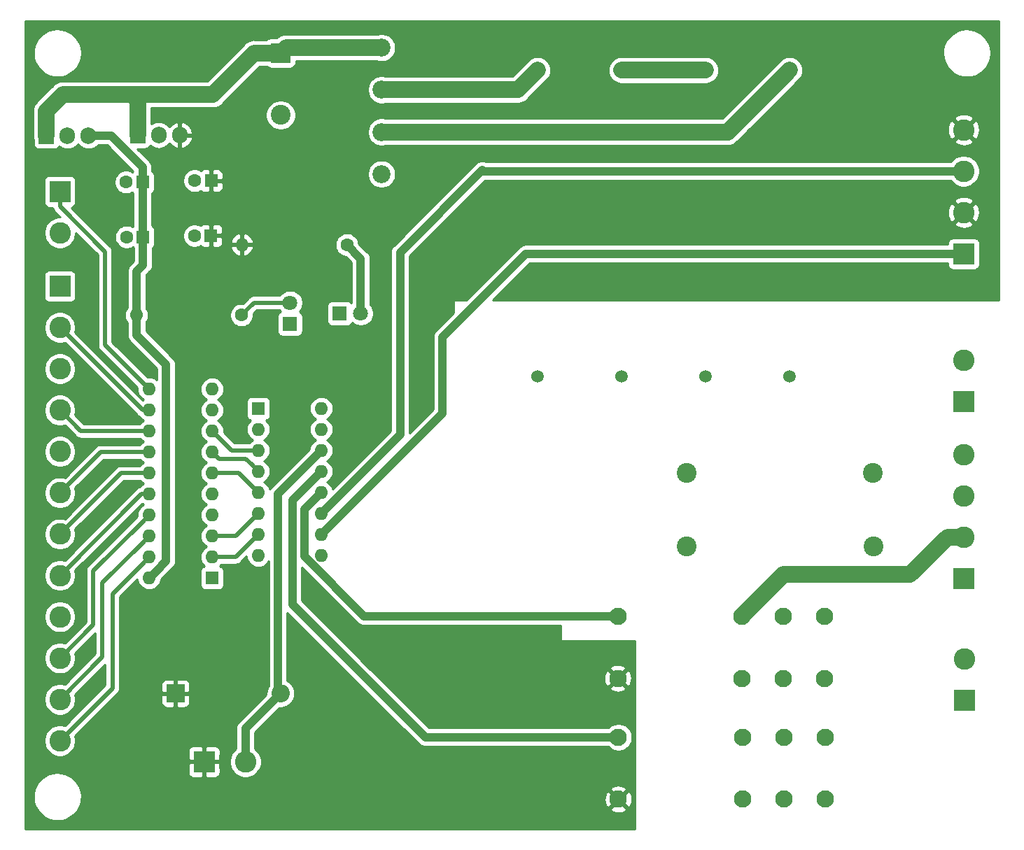
<source format=gbr>
G04 #@! TF.GenerationSoftware,KiCad,Pcbnew,(5.1.2)-2*
G04 #@! TF.CreationDate,2020-01-08T22:38:54+05:30*
G04 #@! TF.ProjectId,controller,636f6e74-726f-46c6-9c65-722e6b696361,rev?*
G04 #@! TF.SameCoordinates,Original*
G04 #@! TF.FileFunction,Copper,L1,Top*
G04 #@! TF.FilePolarity,Positive*
%FSLAX46Y46*%
G04 Gerber Fmt 4.6, Leading zero omitted, Abs format (unit mm)*
G04 Created by KiCad (PCBNEW (5.1.2)-2) date 2020-01-08 22:38:54*
%MOMM*%
%LPD*%
G04 APERTURE LIST*
%ADD10C,2.175000*%
%ADD11R,2.400000X2.400000*%
%ADD12C,2.400000*%
%ADD13C,1.600000*%
%ADD14R,1.600000X1.600000*%
%ADD15R,2.200000X2.200000*%
%ADD16O,2.200000X2.200000*%
%ADD17R,1.800000X1.800000*%
%ADD18C,1.800000*%
%ADD19R,2.600000X2.600000*%
%ADD20C,2.600000*%
%ADD21C,2.100000*%
%ADD22O,1.600000X1.600000*%
%ADD23C,1.522000*%
%ADD24O,1.905000X2.000000*%
%ADD25R,1.905000X2.000000*%
%ADD26C,2.000000*%
%ADD27C,1.000000*%
%ADD28C,0.500000*%
%ADD29C,0.254000*%
G04 APERTURE END LIST*
D10*
X57200000Y-17350000D03*
X57200000Y-22450000D03*
X57200000Y-27550000D03*
X57200000Y-32650000D03*
D11*
X45000000Y-18000000D03*
D12*
X45000000Y-25500000D03*
D13*
X26300000Y-33630000D03*
D14*
X28300000Y-33630000D03*
D13*
X34590000Y-33450000D03*
D14*
X36590000Y-33450000D03*
X28350000Y-40250000D03*
D13*
X26350000Y-40250000D03*
D14*
X36570000Y-40100000D03*
D13*
X34570000Y-40100000D03*
D15*
X32290000Y-95490000D03*
D16*
X44990000Y-95490000D03*
D17*
X46140000Y-50760000D03*
D18*
X46140000Y-48220000D03*
X54690000Y-49510000D03*
D17*
X52150000Y-49510000D03*
D12*
X116690000Y-77700000D03*
X94090000Y-77700000D03*
X94070000Y-68790000D03*
X116670000Y-68790000D03*
D19*
X18290000Y-46220000D03*
D20*
X18290000Y-51220000D03*
X18290000Y-56220000D03*
X18290000Y-61220000D03*
X18290000Y-66220000D03*
X18290000Y-71220000D03*
X18290000Y-76220000D03*
X18290000Y-81220000D03*
X18290000Y-86220000D03*
X18290000Y-91220000D03*
X18290000Y-96220000D03*
X18290000Y-101220000D03*
D19*
X127620000Y-60190000D03*
D20*
X127620000Y-55190000D03*
D19*
X35740000Y-103770000D03*
D20*
X40740000Y-103770000D03*
X127690000Y-91320000D03*
D19*
X127690000Y-96320000D03*
X127620000Y-42300000D03*
D20*
X127620000Y-37300000D03*
X127620000Y-32300000D03*
X127620000Y-27300000D03*
X18290000Y-39760000D03*
D19*
X18290000Y-34760000D03*
D21*
X85780000Y-86170000D03*
X100780000Y-86170000D03*
X105780000Y-86170000D03*
X110780000Y-86170000D03*
X110780000Y-93670000D03*
X105780000Y-93670000D03*
X100780000Y-93670000D03*
X85780000Y-93670000D03*
X85850000Y-108310000D03*
X100850000Y-108310000D03*
X105850000Y-108310000D03*
X110850000Y-108310000D03*
X110850000Y-100810000D03*
X105850000Y-100810000D03*
X100850000Y-100810000D03*
X85850000Y-100810000D03*
D13*
X40270000Y-49720000D03*
D22*
X27570000Y-49720000D03*
X40310000Y-41190000D03*
D13*
X53010000Y-41190000D03*
D23*
X76070000Y-57160000D03*
X86230000Y-57160000D03*
X96390000Y-57160000D03*
X106550000Y-57160000D03*
X76070000Y-20076000D03*
X86230000Y-20076000D03*
X96390000Y-20076000D03*
X106550000Y-20076000D03*
D14*
X36710000Y-81530000D03*
D22*
X29090000Y-58670000D03*
X36710000Y-78990000D03*
X29090000Y-61210000D03*
X36710000Y-76450000D03*
X29090000Y-63750000D03*
X36710000Y-73910000D03*
X29090000Y-66290000D03*
X36710000Y-71370000D03*
X29090000Y-68830000D03*
X36710000Y-68830000D03*
X29090000Y-71370000D03*
X36710000Y-66290000D03*
X29090000Y-73910000D03*
X36710000Y-63750000D03*
X29090000Y-76450000D03*
X36710000Y-61210000D03*
X29090000Y-78990000D03*
X36710000Y-58670000D03*
X29090000Y-81530000D03*
D14*
X42300000Y-61010000D03*
D22*
X49920000Y-78790000D03*
X42300000Y-63550000D03*
X49920000Y-76250000D03*
X42300000Y-66090000D03*
X49920000Y-73710000D03*
X42300000Y-68630000D03*
X49920000Y-71170000D03*
X42300000Y-71170000D03*
X49920000Y-68630000D03*
X42300000Y-73710000D03*
X49920000Y-66090000D03*
X42300000Y-76250000D03*
X49920000Y-63550000D03*
X42300000Y-78790000D03*
X49920000Y-61010000D03*
D24*
X21750000Y-28010000D03*
X19210000Y-28010000D03*
D25*
X16670000Y-28010000D03*
X27710000Y-27940000D03*
D24*
X30250000Y-27940000D03*
X32790000Y-27940000D03*
D19*
X127630000Y-81600000D03*
D20*
X127630000Y-76600000D03*
X127630000Y-71600000D03*
X127630000Y-66600000D03*
D26*
X41800000Y-18000000D02*
X36800000Y-23000000D01*
X45000000Y-18000000D02*
X41800000Y-18000000D01*
X16670000Y-25010000D02*
X16670000Y-28010000D01*
X18680000Y-23000000D02*
X16670000Y-25010000D01*
X27710000Y-23710000D02*
X27000000Y-23000000D01*
X27710000Y-27940000D02*
X27710000Y-23710000D01*
X36800000Y-23000000D02*
X27000000Y-23000000D01*
X27000000Y-23000000D02*
X18680000Y-23000000D01*
X45650000Y-17350000D02*
X45000000Y-18000000D01*
X57200000Y-17350000D02*
X45650000Y-17350000D01*
X73696000Y-22450000D02*
X76070000Y-20076000D01*
X57200000Y-22450000D02*
X73696000Y-22450000D01*
X99076000Y-27550000D02*
X57200000Y-27550000D01*
X106550000Y-20076000D02*
X99076000Y-27550000D01*
D27*
X28300000Y-31830000D02*
X28300000Y-33630000D01*
X24480000Y-28010000D02*
X28300000Y-31830000D01*
X21750000Y-28010000D02*
X24480000Y-28010000D01*
X28300000Y-40200000D02*
X28350000Y-40250000D01*
X28300000Y-33630000D02*
X28300000Y-40200000D01*
X29889999Y-80730001D02*
X29090000Y-81530000D01*
X31150000Y-79470000D02*
X29889999Y-80730001D01*
X31150000Y-55700000D02*
X31150000Y-79470000D01*
X27570000Y-49720000D02*
X27570000Y-52120000D01*
X27570000Y-52120000D02*
X31150000Y-55700000D01*
X27570000Y-44410000D02*
X27570000Y-49720000D01*
X28350000Y-40250000D02*
X28350000Y-43630000D01*
X28350000Y-43630000D02*
X27570000Y-44410000D01*
D28*
X41770000Y-48220000D02*
X46140000Y-48220000D01*
X40270000Y-49720000D02*
X41770000Y-48220000D01*
D27*
X54690000Y-42870000D02*
X54690000Y-49510000D01*
X53010000Y-41190000D02*
X54690000Y-42870000D01*
D28*
X28290001Y-79789999D02*
X29090000Y-78990000D01*
X24650000Y-83430000D02*
X28290001Y-79789999D01*
X18290000Y-101220000D02*
X24650000Y-94860000D01*
X24650000Y-94860000D02*
X24650000Y-83430000D01*
X28290001Y-77249999D02*
X29090000Y-76450000D01*
X23450000Y-82090000D02*
X28290001Y-77249999D01*
X18290000Y-96220000D02*
X23450000Y-91060000D01*
X23450000Y-91060000D02*
X23450000Y-82090000D01*
X28290001Y-74709999D02*
X29090000Y-73910000D01*
X22320000Y-80680000D02*
X28290001Y-74709999D01*
X18290000Y-91220000D02*
X22320000Y-87190000D01*
X22320000Y-87190000D02*
X22320000Y-80680000D01*
X28140000Y-71370000D02*
X29090000Y-71370000D01*
X18290000Y-81220000D02*
X28140000Y-71370000D01*
X25680000Y-68830000D02*
X29090000Y-68830000D01*
X18290000Y-76220000D02*
X25680000Y-68830000D01*
X23220000Y-66290000D02*
X29090000Y-66290000D01*
X18290000Y-71220000D02*
X23220000Y-66290000D01*
X20820000Y-63750000D02*
X29090000Y-63750000D01*
X18290000Y-61220000D02*
X20820000Y-63750000D01*
X28280000Y-61210000D02*
X29090000Y-61210000D01*
X18290000Y-51220000D02*
X28280000Y-61210000D01*
D26*
X100780000Y-86170000D02*
X105830000Y-81120000D01*
X105830000Y-81120000D02*
X121130000Y-81120000D01*
X125650000Y-76600000D02*
X127630000Y-76600000D01*
X121130000Y-81120000D02*
X125650000Y-76600000D01*
D27*
X40740000Y-99740000D02*
X40740000Y-103770000D01*
X44990000Y-95490000D02*
X40740000Y-99740000D01*
X44670000Y-95170000D02*
X44990000Y-95490000D01*
X49920000Y-66090000D02*
X44670000Y-71340000D01*
X44670000Y-71340000D02*
X44670000Y-95170000D01*
X125320000Y-42300000D02*
X127620000Y-42300000D01*
X74639326Y-42300000D02*
X125320000Y-42300000D01*
X64580000Y-52359326D02*
X74639326Y-42300000D01*
X64580000Y-61590000D02*
X64580000Y-52359326D01*
X49920000Y-76250000D02*
X64580000Y-61590000D01*
X59450000Y-64180000D02*
X59450000Y-42110000D01*
X49920000Y-73710000D02*
X59450000Y-64180000D01*
X59450000Y-42110000D02*
X69380000Y-32180000D01*
X69380000Y-32180000D02*
X69500000Y-32300000D01*
X69500000Y-32300000D02*
X127620000Y-32300000D01*
X84295076Y-86170000D02*
X85780000Y-86170000D01*
X55079998Y-86170000D02*
X84295076Y-86170000D01*
X47840000Y-78930002D02*
X55079998Y-86170000D01*
X47840000Y-73250000D02*
X47840000Y-78930002D01*
X49920000Y-71170000D02*
X47840000Y-73250000D01*
X84365076Y-100810000D02*
X85850000Y-100810000D01*
X62500000Y-100810000D02*
X84365076Y-100810000D01*
X46400000Y-84710000D02*
X62500000Y-100810000D01*
X49920000Y-68630000D02*
X46400000Y-72150000D01*
X46400000Y-72150000D02*
X46400000Y-84710000D01*
D26*
X86230000Y-20076000D02*
X96390000Y-20076000D01*
D28*
X39560000Y-78990000D02*
X42300000Y-76250000D01*
X36710000Y-78990000D02*
X39560000Y-78990000D01*
X39560000Y-76450000D02*
X42300000Y-73710000D01*
X36710000Y-76450000D02*
X39560000Y-76450000D01*
X39960000Y-68830000D02*
X42300000Y-71170000D01*
X36710000Y-68830000D02*
X39960000Y-68830000D01*
X36710000Y-66290000D02*
X37509999Y-67089999D01*
X37509999Y-67089999D02*
X40759999Y-67089999D01*
X41500001Y-67830001D02*
X42300000Y-68630000D01*
X40759999Y-67089999D02*
X41500001Y-67830001D01*
X39050000Y-66090000D02*
X42300000Y-66090000D01*
X36710000Y-63750000D02*
X39050000Y-66090000D01*
X18290000Y-36560000D02*
X23750000Y-42020000D01*
X18290000Y-34760000D02*
X18290000Y-36560000D01*
X23750000Y-53330000D02*
X29090000Y-58670000D01*
X23750000Y-42020000D02*
X23750000Y-53330000D01*
D29*
G36*
X131873000Y-47873000D02*
G01*
X70671457Y-47873000D01*
X75109458Y-43435000D01*
X125681928Y-43435000D01*
X125681928Y-43600000D01*
X125694188Y-43724482D01*
X125730498Y-43844180D01*
X125789463Y-43954494D01*
X125868815Y-44051185D01*
X125965506Y-44130537D01*
X126075820Y-44189502D01*
X126195518Y-44225812D01*
X126320000Y-44238072D01*
X128920000Y-44238072D01*
X129044482Y-44225812D01*
X129164180Y-44189502D01*
X129274494Y-44130537D01*
X129371185Y-44051185D01*
X129450537Y-43954494D01*
X129509502Y-43844180D01*
X129545812Y-43724482D01*
X129558072Y-43600000D01*
X129558072Y-41000000D01*
X129545812Y-40875518D01*
X129509502Y-40755820D01*
X129450537Y-40645506D01*
X129371185Y-40548815D01*
X129274494Y-40469463D01*
X129164180Y-40410498D01*
X129044482Y-40374188D01*
X128920000Y-40361928D01*
X126320000Y-40361928D01*
X126195518Y-40374188D01*
X126075820Y-40410498D01*
X125965506Y-40469463D01*
X125868815Y-40548815D01*
X125789463Y-40645506D01*
X125730498Y-40755820D01*
X125694188Y-40875518D01*
X125681928Y-41000000D01*
X125681928Y-41165000D01*
X74695067Y-41165000D01*
X74639325Y-41159510D01*
X74583583Y-41165000D01*
X74583574Y-41165000D01*
X74416827Y-41181423D01*
X74202879Y-41246324D01*
X74005703Y-41351716D01*
X73832877Y-41493551D01*
X73797335Y-41536859D01*
X67461195Y-47873000D01*
X66000000Y-47873000D01*
X65975224Y-47875440D01*
X65951399Y-47882667D01*
X65929443Y-47894403D01*
X65910197Y-47910197D01*
X65894403Y-47929443D01*
X65882667Y-47951399D01*
X65875440Y-47975224D01*
X65873000Y-48000000D01*
X65873000Y-49461195D01*
X63816860Y-51517335D01*
X63773552Y-51552877D01*
X63631717Y-51725703D01*
X63600333Y-51784419D01*
X63526324Y-51922880D01*
X63461423Y-52136828D01*
X63439509Y-52359326D01*
X63445001Y-52415087D01*
X63445000Y-61119868D01*
X60585000Y-63979868D01*
X60585000Y-42580131D01*
X64515907Y-38649224D01*
X126450381Y-38649224D01*
X126582317Y-38944312D01*
X126923045Y-39115159D01*
X127290557Y-39216250D01*
X127670729Y-39243701D01*
X128048951Y-39196457D01*
X128410690Y-39076333D01*
X128657683Y-38944312D01*
X128789619Y-38649224D01*
X127620000Y-37479605D01*
X126450381Y-38649224D01*
X64515907Y-38649224D01*
X65814403Y-37350729D01*
X125676299Y-37350729D01*
X125723543Y-37728951D01*
X125843667Y-38090690D01*
X125975688Y-38337683D01*
X126270776Y-38469619D01*
X127440395Y-37300000D01*
X127799605Y-37300000D01*
X128969224Y-38469619D01*
X129264312Y-38337683D01*
X129435159Y-37996955D01*
X129536250Y-37629443D01*
X129563701Y-37249271D01*
X129516457Y-36871049D01*
X129396333Y-36509310D01*
X129264312Y-36262317D01*
X128969224Y-36130381D01*
X127799605Y-37300000D01*
X127440395Y-37300000D01*
X126270776Y-36130381D01*
X125975688Y-36262317D01*
X125804841Y-36603045D01*
X125703750Y-36970557D01*
X125676299Y-37350729D01*
X65814403Y-37350729D01*
X67214356Y-35950776D01*
X126450381Y-35950776D01*
X127620000Y-37120395D01*
X128789619Y-35950776D01*
X128657683Y-35655688D01*
X128316955Y-35484841D01*
X127949443Y-35383750D01*
X127569271Y-35356299D01*
X127191049Y-35403543D01*
X126829310Y-35523667D01*
X126582317Y-35655688D01*
X126450381Y-35950776D01*
X67214356Y-35950776D01*
X69730133Y-33435000D01*
X126051178Y-33435000D01*
X126116987Y-33533491D01*
X126386509Y-33803013D01*
X126703434Y-34014775D01*
X127055581Y-34160639D01*
X127429419Y-34235000D01*
X127810581Y-34235000D01*
X128184419Y-34160639D01*
X128536566Y-34014775D01*
X128853491Y-33803013D01*
X129123013Y-33533491D01*
X129334775Y-33216566D01*
X129480639Y-32864419D01*
X129555000Y-32490581D01*
X129555000Y-32109419D01*
X129480639Y-31735581D01*
X129334775Y-31383434D01*
X129123013Y-31066509D01*
X128853491Y-30796987D01*
X128536566Y-30585225D01*
X128184419Y-30439361D01*
X127810581Y-30365000D01*
X127429419Y-30365000D01*
X127055581Y-30439361D01*
X126703434Y-30585225D01*
X126386509Y-30796987D01*
X126116987Y-31066509D01*
X126051178Y-31165000D01*
X69888805Y-31165000D01*
X69816447Y-31126324D01*
X69602499Y-31061423D01*
X69380000Y-31039509D01*
X69157501Y-31061423D01*
X68943553Y-31126324D01*
X68746377Y-31231716D01*
X68616856Y-31338011D01*
X68616844Y-31338023D01*
X68573552Y-31373552D01*
X68538023Y-31416844D01*
X58686860Y-41268009D01*
X58643552Y-41303551D01*
X58501717Y-41476377D01*
X58475225Y-41525941D01*
X58396324Y-41673554D01*
X58331423Y-41887502D01*
X58309509Y-42110000D01*
X58315001Y-42165762D01*
X58315000Y-63709868D01*
X51288139Y-70736729D01*
X51252182Y-70618192D01*
X51118932Y-70368899D01*
X50939608Y-70150392D01*
X50721101Y-69971068D01*
X50588142Y-69900000D01*
X50721101Y-69828932D01*
X50939608Y-69649608D01*
X51118932Y-69431101D01*
X51252182Y-69181808D01*
X51334236Y-68911309D01*
X51361943Y-68630000D01*
X51334236Y-68348691D01*
X51252182Y-68078192D01*
X51118932Y-67828899D01*
X50939608Y-67610392D01*
X50721101Y-67431068D01*
X50588142Y-67360000D01*
X50721101Y-67288932D01*
X50939608Y-67109608D01*
X51118932Y-66891101D01*
X51252182Y-66641808D01*
X51334236Y-66371309D01*
X51361943Y-66090000D01*
X51334236Y-65808691D01*
X51252182Y-65538192D01*
X51118932Y-65288899D01*
X50939608Y-65070392D01*
X50721101Y-64891068D01*
X50588142Y-64820000D01*
X50721101Y-64748932D01*
X50939608Y-64569608D01*
X51118932Y-64351101D01*
X51252182Y-64101808D01*
X51334236Y-63831309D01*
X51361943Y-63550000D01*
X51334236Y-63268691D01*
X51252182Y-62998192D01*
X51118932Y-62748899D01*
X50939608Y-62530392D01*
X50721101Y-62351068D01*
X50588142Y-62280000D01*
X50721101Y-62208932D01*
X50939608Y-62029608D01*
X51118932Y-61811101D01*
X51252182Y-61561808D01*
X51334236Y-61291309D01*
X51361943Y-61010000D01*
X51334236Y-60728691D01*
X51252182Y-60458192D01*
X51118932Y-60208899D01*
X50939608Y-59990392D01*
X50721101Y-59811068D01*
X50471808Y-59677818D01*
X50201309Y-59595764D01*
X49990492Y-59575000D01*
X49849508Y-59575000D01*
X49638691Y-59595764D01*
X49368192Y-59677818D01*
X49118899Y-59811068D01*
X48900392Y-59990392D01*
X48721068Y-60208899D01*
X48587818Y-60458192D01*
X48505764Y-60728691D01*
X48478057Y-61010000D01*
X48505764Y-61291309D01*
X48587818Y-61561808D01*
X48721068Y-61811101D01*
X48900392Y-62029608D01*
X49118899Y-62208932D01*
X49251858Y-62280000D01*
X49118899Y-62351068D01*
X48900392Y-62530392D01*
X48721068Y-62748899D01*
X48587818Y-62998192D01*
X48505764Y-63268691D01*
X48478057Y-63550000D01*
X48505764Y-63831309D01*
X48587818Y-64101808D01*
X48721068Y-64351101D01*
X48900392Y-64569608D01*
X49118899Y-64748932D01*
X49251858Y-64820000D01*
X49118899Y-64891068D01*
X48900392Y-65070392D01*
X48721068Y-65288899D01*
X48587818Y-65538192D01*
X48505764Y-65808691D01*
X48495886Y-65908982D01*
X43906865Y-70498004D01*
X43863551Y-70533551D01*
X43721716Y-70706377D01*
X43681663Y-70781311D01*
X43632182Y-70618192D01*
X43498932Y-70368899D01*
X43319608Y-70150392D01*
X43101101Y-69971068D01*
X42968142Y-69900000D01*
X43101101Y-69828932D01*
X43319608Y-69649608D01*
X43498932Y-69431101D01*
X43632182Y-69181808D01*
X43714236Y-68911309D01*
X43741943Y-68630000D01*
X43714236Y-68348691D01*
X43632182Y-68078192D01*
X43498932Y-67828899D01*
X43319608Y-67610392D01*
X43101101Y-67431068D01*
X42968142Y-67360000D01*
X43101101Y-67288932D01*
X43319608Y-67109608D01*
X43498932Y-66891101D01*
X43632182Y-66641808D01*
X43714236Y-66371309D01*
X43741943Y-66090000D01*
X43714236Y-65808691D01*
X43632182Y-65538192D01*
X43498932Y-65288899D01*
X43319608Y-65070392D01*
X43101101Y-64891068D01*
X42968142Y-64820000D01*
X43101101Y-64748932D01*
X43319608Y-64569608D01*
X43498932Y-64351101D01*
X43632182Y-64101808D01*
X43714236Y-63831309D01*
X43741943Y-63550000D01*
X43714236Y-63268691D01*
X43632182Y-62998192D01*
X43498932Y-62748899D01*
X43319608Y-62530392D01*
X43206518Y-62437581D01*
X43224482Y-62435812D01*
X43344180Y-62399502D01*
X43454494Y-62340537D01*
X43551185Y-62261185D01*
X43630537Y-62164494D01*
X43689502Y-62054180D01*
X43725812Y-61934482D01*
X43738072Y-61810000D01*
X43738072Y-60210000D01*
X43725812Y-60085518D01*
X43689502Y-59965820D01*
X43630537Y-59855506D01*
X43551185Y-59758815D01*
X43454494Y-59679463D01*
X43344180Y-59620498D01*
X43224482Y-59584188D01*
X43100000Y-59571928D01*
X41500000Y-59571928D01*
X41375518Y-59584188D01*
X41255820Y-59620498D01*
X41145506Y-59679463D01*
X41048815Y-59758815D01*
X40969463Y-59855506D01*
X40910498Y-59965820D01*
X40874188Y-60085518D01*
X40861928Y-60210000D01*
X40861928Y-61810000D01*
X40874188Y-61934482D01*
X40910498Y-62054180D01*
X40969463Y-62164494D01*
X41048815Y-62261185D01*
X41145506Y-62340537D01*
X41255820Y-62399502D01*
X41375518Y-62435812D01*
X41393482Y-62437581D01*
X41280392Y-62530392D01*
X41101068Y-62748899D01*
X40967818Y-62998192D01*
X40885764Y-63268691D01*
X40858057Y-63550000D01*
X40885764Y-63831309D01*
X40967818Y-64101808D01*
X41101068Y-64351101D01*
X41280392Y-64569608D01*
X41498899Y-64748932D01*
X41631858Y-64820000D01*
X41498899Y-64891068D01*
X41280392Y-65070392D01*
X41169922Y-65205000D01*
X39416579Y-65205000D01*
X38134875Y-63923296D01*
X38151943Y-63750000D01*
X38124236Y-63468691D01*
X38042182Y-63198192D01*
X37908932Y-62948899D01*
X37729608Y-62730392D01*
X37511101Y-62551068D01*
X37378142Y-62480000D01*
X37511101Y-62408932D01*
X37729608Y-62229608D01*
X37908932Y-62011101D01*
X38042182Y-61761808D01*
X38124236Y-61491309D01*
X38151943Y-61210000D01*
X38124236Y-60928691D01*
X38042182Y-60658192D01*
X37908932Y-60408899D01*
X37729608Y-60190392D01*
X37511101Y-60011068D01*
X37378142Y-59940000D01*
X37511101Y-59868932D01*
X37729608Y-59689608D01*
X37908932Y-59471101D01*
X38042182Y-59221808D01*
X38124236Y-58951309D01*
X38151943Y-58670000D01*
X38124236Y-58388691D01*
X38042182Y-58118192D01*
X37908932Y-57868899D01*
X37729608Y-57650392D01*
X37511101Y-57471068D01*
X37261808Y-57337818D01*
X36991309Y-57255764D01*
X36780492Y-57235000D01*
X36639508Y-57235000D01*
X36428691Y-57255764D01*
X36158192Y-57337818D01*
X35908899Y-57471068D01*
X35690392Y-57650392D01*
X35511068Y-57868899D01*
X35377818Y-58118192D01*
X35295764Y-58388691D01*
X35268057Y-58670000D01*
X35295764Y-58951309D01*
X35377818Y-59221808D01*
X35511068Y-59471101D01*
X35690392Y-59689608D01*
X35908899Y-59868932D01*
X36041858Y-59940000D01*
X35908899Y-60011068D01*
X35690392Y-60190392D01*
X35511068Y-60408899D01*
X35377818Y-60658192D01*
X35295764Y-60928691D01*
X35268057Y-61210000D01*
X35295764Y-61491309D01*
X35377818Y-61761808D01*
X35511068Y-62011101D01*
X35690392Y-62229608D01*
X35908899Y-62408932D01*
X36041858Y-62480000D01*
X35908899Y-62551068D01*
X35690392Y-62730392D01*
X35511068Y-62948899D01*
X35377818Y-63198192D01*
X35295764Y-63468691D01*
X35268057Y-63750000D01*
X35295764Y-64031309D01*
X35377818Y-64301808D01*
X35511068Y-64551101D01*
X35690392Y-64769608D01*
X35908899Y-64948932D01*
X36041858Y-65020000D01*
X35908899Y-65091068D01*
X35690392Y-65270392D01*
X35511068Y-65488899D01*
X35377818Y-65738192D01*
X35295764Y-66008691D01*
X35268057Y-66290000D01*
X35295764Y-66571309D01*
X35377818Y-66841808D01*
X35511068Y-67091101D01*
X35690392Y-67309608D01*
X35908899Y-67488932D01*
X36041858Y-67560000D01*
X35908899Y-67631068D01*
X35690392Y-67810392D01*
X35511068Y-68028899D01*
X35377818Y-68278192D01*
X35295764Y-68548691D01*
X35268057Y-68830000D01*
X35295764Y-69111309D01*
X35377818Y-69381808D01*
X35511068Y-69631101D01*
X35690392Y-69849608D01*
X35908899Y-70028932D01*
X36041858Y-70100000D01*
X35908899Y-70171068D01*
X35690392Y-70350392D01*
X35511068Y-70568899D01*
X35377818Y-70818192D01*
X35295764Y-71088691D01*
X35268057Y-71370000D01*
X35295764Y-71651309D01*
X35377818Y-71921808D01*
X35511068Y-72171101D01*
X35690392Y-72389608D01*
X35908899Y-72568932D01*
X36041858Y-72640000D01*
X35908899Y-72711068D01*
X35690392Y-72890392D01*
X35511068Y-73108899D01*
X35377818Y-73358192D01*
X35295764Y-73628691D01*
X35268057Y-73910000D01*
X35295764Y-74191309D01*
X35377818Y-74461808D01*
X35511068Y-74711101D01*
X35690392Y-74929608D01*
X35908899Y-75108932D01*
X36041858Y-75180000D01*
X35908899Y-75251068D01*
X35690392Y-75430392D01*
X35511068Y-75648899D01*
X35377818Y-75898192D01*
X35295764Y-76168691D01*
X35268057Y-76450000D01*
X35295764Y-76731309D01*
X35377818Y-77001808D01*
X35511068Y-77251101D01*
X35690392Y-77469608D01*
X35908899Y-77648932D01*
X36041858Y-77720000D01*
X35908899Y-77791068D01*
X35690392Y-77970392D01*
X35511068Y-78188899D01*
X35377818Y-78438192D01*
X35295764Y-78708691D01*
X35268057Y-78990000D01*
X35295764Y-79271309D01*
X35377818Y-79541808D01*
X35511068Y-79791101D01*
X35690392Y-80009608D01*
X35803482Y-80102419D01*
X35785518Y-80104188D01*
X35665820Y-80140498D01*
X35555506Y-80199463D01*
X35458815Y-80278815D01*
X35379463Y-80375506D01*
X35320498Y-80485820D01*
X35284188Y-80605518D01*
X35271928Y-80730000D01*
X35271928Y-82330000D01*
X35284188Y-82454482D01*
X35320498Y-82574180D01*
X35379463Y-82684494D01*
X35458815Y-82781185D01*
X35555506Y-82860537D01*
X35665820Y-82919502D01*
X35785518Y-82955812D01*
X35910000Y-82968072D01*
X37510000Y-82968072D01*
X37634482Y-82955812D01*
X37754180Y-82919502D01*
X37864494Y-82860537D01*
X37961185Y-82781185D01*
X38040537Y-82684494D01*
X38099502Y-82574180D01*
X38135812Y-82454482D01*
X38148072Y-82330000D01*
X38148072Y-80730000D01*
X38135812Y-80605518D01*
X38099502Y-80485820D01*
X38040537Y-80375506D01*
X37961185Y-80278815D01*
X37864494Y-80199463D01*
X37754180Y-80140498D01*
X37634482Y-80104188D01*
X37616518Y-80102419D01*
X37729608Y-80009608D01*
X37840078Y-79875000D01*
X39516531Y-79875000D01*
X39560000Y-79879281D01*
X39603469Y-79875000D01*
X39603477Y-79875000D01*
X39733490Y-79862195D01*
X39900313Y-79811589D01*
X40054059Y-79729411D01*
X40188817Y-79618817D01*
X40216534Y-79585044D01*
X40871822Y-78929756D01*
X40885764Y-79071309D01*
X40967818Y-79341808D01*
X41101068Y-79591101D01*
X41280392Y-79809608D01*
X41498899Y-79988932D01*
X41748192Y-80122182D01*
X42018691Y-80204236D01*
X42229508Y-80225000D01*
X42370492Y-80225000D01*
X42581309Y-80204236D01*
X42851808Y-80122182D01*
X43101101Y-79988932D01*
X43319608Y-79809608D01*
X43498932Y-79591101D01*
X43535000Y-79523622D01*
X43535001Y-94531562D01*
X43379314Y-94822832D01*
X43280105Y-95149881D01*
X43246606Y-95490000D01*
X43259003Y-95615865D01*
X39976865Y-98898004D01*
X39933551Y-98933551D01*
X39791716Y-99106377D01*
X39696241Y-99285000D01*
X39686324Y-99303554D01*
X39621423Y-99517502D01*
X39599509Y-99740000D01*
X39605000Y-99795752D01*
X39605001Y-102201177D01*
X39506509Y-102266987D01*
X39236987Y-102536509D01*
X39025225Y-102853434D01*
X38879361Y-103205581D01*
X38805000Y-103579419D01*
X38805000Y-103960581D01*
X38879361Y-104334419D01*
X39025225Y-104686566D01*
X39236987Y-105003491D01*
X39506509Y-105273013D01*
X39823434Y-105484775D01*
X40175581Y-105630639D01*
X40549419Y-105705000D01*
X40930581Y-105705000D01*
X41304419Y-105630639D01*
X41656566Y-105484775D01*
X41973491Y-105273013D01*
X42243013Y-105003491D01*
X42454775Y-104686566D01*
X42600639Y-104334419D01*
X42675000Y-103960581D01*
X42675000Y-103579419D01*
X42600639Y-103205581D01*
X42454775Y-102853434D01*
X42243013Y-102536509D01*
X41973491Y-102266987D01*
X41875000Y-102201178D01*
X41875000Y-100210131D01*
X44864135Y-97220997D01*
X44904775Y-97225000D01*
X45075225Y-97225000D01*
X45330119Y-97199895D01*
X45657168Y-97100686D01*
X45958578Y-96939579D01*
X46222766Y-96722766D01*
X46439579Y-96458578D01*
X46600686Y-96157168D01*
X46699895Y-95830119D01*
X46733394Y-95490000D01*
X46699895Y-95149881D01*
X46600686Y-94822832D01*
X46439579Y-94521422D01*
X46222766Y-94257234D01*
X45958578Y-94040421D01*
X45805000Y-93958332D01*
X45805000Y-85720131D01*
X61658009Y-101573141D01*
X61693551Y-101616449D01*
X61866377Y-101758284D01*
X62063553Y-101863676D01*
X62277501Y-101928577D01*
X62444248Y-101945000D01*
X62444257Y-101945000D01*
X62499999Y-101950490D01*
X62555741Y-101945000D01*
X84602050Y-101945000D01*
X84775875Y-102118825D01*
X85051853Y-102303228D01*
X85358504Y-102430246D01*
X85684042Y-102495000D01*
X86015958Y-102495000D01*
X86341496Y-102430246D01*
X86648147Y-102303228D01*
X86924125Y-102118825D01*
X87158825Y-101884125D01*
X87343228Y-101608147D01*
X87470246Y-101301496D01*
X87535000Y-100975958D01*
X87535000Y-100644042D01*
X87470246Y-100318504D01*
X87343228Y-100011853D01*
X87158825Y-99735875D01*
X86924125Y-99501175D01*
X86648147Y-99316772D01*
X86341496Y-99189754D01*
X86015958Y-99125000D01*
X85684042Y-99125000D01*
X85358504Y-99189754D01*
X85051853Y-99316772D01*
X84775875Y-99501175D01*
X84602050Y-99675000D01*
X62970132Y-99675000D01*
X58136198Y-94841066D01*
X84788539Y-94841066D01*
X84890339Y-95110579D01*
X85188477Y-95256463D01*
X85509346Y-95341380D01*
X85840617Y-95362066D01*
X86169557Y-95317728D01*
X86483527Y-95210069D01*
X86669661Y-95110579D01*
X86771461Y-94841066D01*
X85780000Y-93849605D01*
X84788539Y-94841066D01*
X58136198Y-94841066D01*
X57025749Y-93730617D01*
X84087934Y-93730617D01*
X84132272Y-94059557D01*
X84239931Y-94373527D01*
X84339421Y-94559661D01*
X84608934Y-94661461D01*
X85600395Y-93670000D01*
X85959605Y-93670000D01*
X86951066Y-94661461D01*
X87220579Y-94559661D01*
X87366463Y-94261523D01*
X87451380Y-93940654D01*
X87472066Y-93609383D01*
X87427728Y-93280443D01*
X87320069Y-92966473D01*
X87220579Y-92780339D01*
X86951066Y-92678539D01*
X85959605Y-93670000D01*
X85600395Y-93670000D01*
X84608934Y-92678539D01*
X84339421Y-92780339D01*
X84193537Y-93078477D01*
X84108620Y-93399346D01*
X84087934Y-93730617D01*
X57025749Y-93730617D01*
X55794066Y-92498934D01*
X84788539Y-92498934D01*
X85780000Y-93490395D01*
X86771461Y-92498934D01*
X86669661Y-92229421D01*
X86371523Y-92083537D01*
X86050654Y-91998620D01*
X85719383Y-91977934D01*
X85390443Y-92022272D01*
X85076473Y-92129931D01*
X84890339Y-92229421D01*
X84788539Y-92498934D01*
X55794066Y-92498934D01*
X47535000Y-84239869D01*
X47535000Y-80230133D01*
X54238007Y-86933141D01*
X54273549Y-86976449D01*
X54446375Y-87118284D01*
X54643551Y-87223676D01*
X54857499Y-87288577D01*
X55024246Y-87305000D01*
X55024255Y-87305000D01*
X55079997Y-87310490D01*
X55135739Y-87305000D01*
X78873000Y-87305000D01*
X78873000Y-89000000D01*
X78875440Y-89024776D01*
X78882667Y-89048601D01*
X78894403Y-89070557D01*
X78910197Y-89089803D01*
X78929443Y-89105597D01*
X78951399Y-89117333D01*
X78975224Y-89124560D01*
X79000000Y-89127000D01*
X87873000Y-89127000D01*
X87873000Y-111873000D01*
X14127000Y-111873000D01*
X14127000Y-108040715D01*
X15084216Y-108040715D01*
X15147655Y-108606285D01*
X15319739Y-109148761D01*
X15593913Y-109647482D01*
X15959734Y-110083451D01*
X16403268Y-110440062D01*
X16907622Y-110703731D01*
X17453583Y-110864416D01*
X18020358Y-110915997D01*
X18586357Y-110856508D01*
X19130022Y-110688216D01*
X19630645Y-110417530D01*
X20069157Y-110054761D01*
X20428855Y-109613727D01*
X20499392Y-109481066D01*
X84858539Y-109481066D01*
X84960339Y-109750579D01*
X85258477Y-109896463D01*
X85579346Y-109981380D01*
X85910617Y-110002066D01*
X86239557Y-109957728D01*
X86553527Y-109850069D01*
X86739661Y-109750579D01*
X86841461Y-109481066D01*
X85850000Y-108489605D01*
X84858539Y-109481066D01*
X20499392Y-109481066D01*
X20696039Y-109111227D01*
X20860532Y-108566401D01*
X20879728Y-108370617D01*
X84157934Y-108370617D01*
X84202272Y-108699557D01*
X84309931Y-109013527D01*
X84409421Y-109199661D01*
X84678934Y-109301461D01*
X85670395Y-108310000D01*
X86029605Y-108310000D01*
X87021066Y-109301461D01*
X87290579Y-109199661D01*
X87436463Y-108901523D01*
X87521380Y-108580654D01*
X87542066Y-108249383D01*
X87497728Y-107920443D01*
X87390069Y-107606473D01*
X87290579Y-107420339D01*
X87021066Y-107318539D01*
X86029605Y-108310000D01*
X85670395Y-108310000D01*
X84678934Y-107318539D01*
X84409421Y-107420339D01*
X84263537Y-107718477D01*
X84178620Y-108039346D01*
X84157934Y-108370617D01*
X20879728Y-108370617D01*
X20916068Y-108000000D01*
X20914931Y-107918579D01*
X20843602Y-107353950D01*
X20772076Y-107138934D01*
X84858539Y-107138934D01*
X85850000Y-108130395D01*
X86841461Y-107138934D01*
X86739661Y-106869421D01*
X86441523Y-106723537D01*
X86120654Y-106638620D01*
X85789383Y-106617934D01*
X85460443Y-106662272D01*
X85146473Y-106769931D01*
X84960339Y-106869421D01*
X84858539Y-107138934D01*
X20772076Y-107138934D01*
X20663961Y-106813928D01*
X20382850Y-106319084D01*
X20010977Y-105888266D01*
X19562507Y-105537882D01*
X19054522Y-105281280D01*
X18506370Y-105128234D01*
X17938930Y-105084572D01*
X17373817Y-105151957D01*
X16832555Y-105327824D01*
X16335760Y-105605473D01*
X15902356Y-105974329D01*
X15548851Y-106420342D01*
X15288709Y-106926524D01*
X15131839Y-107473594D01*
X15084216Y-108040715D01*
X14127000Y-108040715D01*
X14127000Y-105070000D01*
X33801928Y-105070000D01*
X33814188Y-105194482D01*
X33850498Y-105314180D01*
X33909463Y-105424494D01*
X33988815Y-105521185D01*
X34085506Y-105600537D01*
X34195820Y-105659502D01*
X34315518Y-105695812D01*
X34440000Y-105708072D01*
X35454250Y-105705000D01*
X35613000Y-105546250D01*
X35613000Y-103897000D01*
X35867000Y-103897000D01*
X35867000Y-105546250D01*
X36025750Y-105705000D01*
X37040000Y-105708072D01*
X37164482Y-105695812D01*
X37284180Y-105659502D01*
X37394494Y-105600537D01*
X37491185Y-105521185D01*
X37570537Y-105424494D01*
X37629502Y-105314180D01*
X37665812Y-105194482D01*
X37678072Y-105070000D01*
X37675000Y-104055750D01*
X37516250Y-103897000D01*
X35867000Y-103897000D01*
X35613000Y-103897000D01*
X33963750Y-103897000D01*
X33805000Y-104055750D01*
X33801928Y-105070000D01*
X14127000Y-105070000D01*
X14127000Y-86029419D01*
X16355000Y-86029419D01*
X16355000Y-86410581D01*
X16429361Y-86784419D01*
X16575225Y-87136566D01*
X16786987Y-87453491D01*
X17056509Y-87723013D01*
X17373434Y-87934775D01*
X17725581Y-88080639D01*
X18099419Y-88155000D01*
X18480581Y-88155000D01*
X18854419Y-88080639D01*
X19206566Y-87934775D01*
X19523491Y-87723013D01*
X19793013Y-87453491D01*
X20004775Y-87136566D01*
X20150639Y-86784419D01*
X20225000Y-86410581D01*
X20225000Y-86029419D01*
X20150639Y-85655581D01*
X20004775Y-85303434D01*
X19793013Y-84986509D01*
X19523491Y-84716987D01*
X19206566Y-84505225D01*
X18854419Y-84359361D01*
X18480581Y-84285000D01*
X18099419Y-84285000D01*
X17725581Y-84359361D01*
X17373434Y-84505225D01*
X17056509Y-84716987D01*
X16786987Y-84986509D01*
X16575225Y-85303434D01*
X16429361Y-85655581D01*
X16355000Y-86029419D01*
X14127000Y-86029419D01*
X14127000Y-66029419D01*
X16355000Y-66029419D01*
X16355000Y-66410581D01*
X16429361Y-66784419D01*
X16575225Y-67136566D01*
X16786987Y-67453491D01*
X17056509Y-67723013D01*
X17373434Y-67934775D01*
X17725581Y-68080639D01*
X18099419Y-68155000D01*
X18480581Y-68155000D01*
X18854419Y-68080639D01*
X19206566Y-67934775D01*
X19523491Y-67723013D01*
X19793013Y-67453491D01*
X20004775Y-67136566D01*
X20150639Y-66784419D01*
X20225000Y-66410581D01*
X20225000Y-66029419D01*
X20150639Y-65655581D01*
X20004775Y-65303434D01*
X19793013Y-64986509D01*
X19523491Y-64716987D01*
X19206566Y-64505225D01*
X18854419Y-64359361D01*
X18480581Y-64285000D01*
X18099419Y-64285000D01*
X17725581Y-64359361D01*
X17373434Y-64505225D01*
X17056509Y-64716987D01*
X16786987Y-64986509D01*
X16575225Y-65303434D01*
X16429361Y-65655581D01*
X16355000Y-66029419D01*
X14127000Y-66029419D01*
X14127000Y-56029419D01*
X16355000Y-56029419D01*
X16355000Y-56410581D01*
X16429361Y-56784419D01*
X16575225Y-57136566D01*
X16786987Y-57453491D01*
X17056509Y-57723013D01*
X17373434Y-57934775D01*
X17725581Y-58080639D01*
X18099419Y-58155000D01*
X18480581Y-58155000D01*
X18854419Y-58080639D01*
X19206566Y-57934775D01*
X19523491Y-57723013D01*
X19793013Y-57453491D01*
X20004775Y-57136566D01*
X20150639Y-56784419D01*
X20225000Y-56410581D01*
X20225000Y-56029419D01*
X20150639Y-55655581D01*
X20004775Y-55303434D01*
X19793013Y-54986509D01*
X19523491Y-54716987D01*
X19206566Y-54505225D01*
X18854419Y-54359361D01*
X18480581Y-54285000D01*
X18099419Y-54285000D01*
X17725581Y-54359361D01*
X17373434Y-54505225D01*
X17056509Y-54716987D01*
X16786987Y-54986509D01*
X16575225Y-55303434D01*
X16429361Y-55655581D01*
X16355000Y-56029419D01*
X14127000Y-56029419D01*
X14127000Y-44920000D01*
X16351928Y-44920000D01*
X16351928Y-47520000D01*
X16364188Y-47644482D01*
X16400498Y-47764180D01*
X16459463Y-47874494D01*
X16538815Y-47971185D01*
X16635506Y-48050537D01*
X16745820Y-48109502D01*
X16865518Y-48145812D01*
X16990000Y-48158072D01*
X19590000Y-48158072D01*
X19714482Y-48145812D01*
X19834180Y-48109502D01*
X19944494Y-48050537D01*
X20041185Y-47971185D01*
X20120537Y-47874494D01*
X20179502Y-47764180D01*
X20215812Y-47644482D01*
X20228072Y-47520000D01*
X20228072Y-44920000D01*
X20215812Y-44795518D01*
X20179502Y-44675820D01*
X20120537Y-44565506D01*
X20041185Y-44468815D01*
X19944494Y-44389463D01*
X19834180Y-44330498D01*
X19714482Y-44294188D01*
X19590000Y-44281928D01*
X16990000Y-44281928D01*
X16865518Y-44294188D01*
X16745820Y-44330498D01*
X16635506Y-44389463D01*
X16538815Y-44468815D01*
X16459463Y-44565506D01*
X16400498Y-44675820D01*
X16364188Y-44795518D01*
X16351928Y-44920000D01*
X14127000Y-44920000D01*
X14127000Y-25010000D01*
X15027089Y-25010000D01*
X15035000Y-25090320D01*
X15035001Y-28090322D01*
X15058658Y-28330516D01*
X15079428Y-28398986D01*
X15079428Y-29010000D01*
X15091688Y-29134482D01*
X15127998Y-29254180D01*
X15186963Y-29364494D01*
X15266315Y-29461185D01*
X15363006Y-29540537D01*
X15473320Y-29599502D01*
X15593018Y-29635812D01*
X15717500Y-29648072D01*
X16620869Y-29648072D01*
X16670000Y-29652911D01*
X16719131Y-29648072D01*
X17622500Y-29648072D01*
X17746982Y-29635812D01*
X17866680Y-29599502D01*
X17976994Y-29540537D01*
X18073685Y-29461185D01*
X18153037Y-29364494D01*
X18197905Y-29280553D01*
X18323766Y-29383845D01*
X18599552Y-29531255D01*
X18898797Y-29622030D01*
X19210000Y-29652681D01*
X19521204Y-29622030D01*
X19820449Y-29531255D01*
X20096235Y-29383845D01*
X20337963Y-29185463D01*
X20480000Y-29012391D01*
X20622037Y-29185463D01*
X20863766Y-29383845D01*
X21139552Y-29531255D01*
X21438797Y-29622030D01*
X21750000Y-29652681D01*
X22061204Y-29622030D01*
X22360449Y-29531255D01*
X22636235Y-29383845D01*
X22877963Y-29185463D01*
X22911170Y-29145000D01*
X24009869Y-29145000D01*
X27157774Y-32292906D01*
X27145506Y-32299463D01*
X27048815Y-32378815D01*
X27035210Y-32395393D01*
X26979727Y-32358320D01*
X26718574Y-32250147D01*
X26441335Y-32195000D01*
X26158665Y-32195000D01*
X25881426Y-32250147D01*
X25620273Y-32358320D01*
X25385241Y-32515363D01*
X25185363Y-32715241D01*
X25028320Y-32950273D01*
X24920147Y-33211426D01*
X24865000Y-33488665D01*
X24865000Y-33771335D01*
X24920147Y-34048574D01*
X25028320Y-34309727D01*
X25185363Y-34544759D01*
X25385241Y-34744637D01*
X25620273Y-34901680D01*
X25881426Y-35009853D01*
X26158665Y-35065000D01*
X26441335Y-35065000D01*
X26718574Y-35009853D01*
X26979727Y-34901680D01*
X27035210Y-34864607D01*
X27048815Y-34881185D01*
X27145506Y-34960537D01*
X27165000Y-34970957D01*
X27165001Y-38944498D01*
X27098815Y-38998815D01*
X27085210Y-39015393D01*
X27029727Y-38978320D01*
X26768574Y-38870147D01*
X26491335Y-38815000D01*
X26208665Y-38815000D01*
X25931426Y-38870147D01*
X25670273Y-38978320D01*
X25435241Y-39135363D01*
X25235363Y-39335241D01*
X25078320Y-39570273D01*
X24970147Y-39831426D01*
X24915000Y-40108665D01*
X24915000Y-40391335D01*
X24970147Y-40668574D01*
X25078320Y-40929727D01*
X25235363Y-41164759D01*
X25435241Y-41364637D01*
X25670273Y-41521680D01*
X25931426Y-41629853D01*
X26208665Y-41685000D01*
X26491335Y-41685000D01*
X26768574Y-41629853D01*
X27029727Y-41521680D01*
X27085210Y-41484607D01*
X27098815Y-41501185D01*
X27195506Y-41580537D01*
X27215000Y-41590957D01*
X27215001Y-43159867D01*
X26806864Y-43568005D01*
X26763551Y-43603551D01*
X26621716Y-43776377D01*
X26542984Y-43923676D01*
X26516324Y-43973554D01*
X26451423Y-44187502D01*
X26429509Y-44410000D01*
X26435000Y-44465752D01*
X26435001Y-48840997D01*
X26371068Y-48918899D01*
X26237818Y-49168192D01*
X26155764Y-49438691D01*
X26128057Y-49720000D01*
X26155764Y-50001309D01*
X26237818Y-50271808D01*
X26371068Y-50521101D01*
X26435000Y-50599003D01*
X26435001Y-52064239D01*
X26429509Y-52120000D01*
X26451423Y-52342498D01*
X26516324Y-52556446D01*
X26549008Y-52617593D01*
X26621717Y-52753623D01*
X26763552Y-52926449D01*
X26806860Y-52961991D01*
X30015000Y-56170133D01*
X30015000Y-57572749D01*
X29891101Y-57471068D01*
X29641808Y-57337818D01*
X29371309Y-57255764D01*
X29160492Y-57235000D01*
X29019508Y-57235000D01*
X28916704Y-57245125D01*
X24635000Y-52963422D01*
X24635000Y-42063466D01*
X24639281Y-42019999D01*
X24635000Y-41976533D01*
X24635000Y-41976523D01*
X24622195Y-41846510D01*
X24571589Y-41679687D01*
X24489411Y-41525941D01*
X24433663Y-41458012D01*
X24406532Y-41424953D01*
X24406530Y-41424951D01*
X24378817Y-41391183D01*
X24345051Y-41363472D01*
X19671612Y-36690034D01*
X19714482Y-36685812D01*
X19834180Y-36649502D01*
X19944494Y-36590537D01*
X20041185Y-36511185D01*
X20120537Y-36414494D01*
X20179502Y-36304180D01*
X20215812Y-36184482D01*
X20228072Y-36060000D01*
X20228072Y-33460000D01*
X20215812Y-33335518D01*
X20179502Y-33215820D01*
X20120537Y-33105506D01*
X20041185Y-33008815D01*
X19944494Y-32929463D01*
X19834180Y-32870498D01*
X19714482Y-32834188D01*
X19590000Y-32821928D01*
X16990000Y-32821928D01*
X16865518Y-32834188D01*
X16745820Y-32870498D01*
X16635506Y-32929463D01*
X16538815Y-33008815D01*
X16459463Y-33105506D01*
X16400498Y-33215820D01*
X16364188Y-33335518D01*
X16351928Y-33460000D01*
X16351928Y-36060000D01*
X16364188Y-36184482D01*
X16400498Y-36304180D01*
X16459463Y-36414494D01*
X16538815Y-36511185D01*
X16635506Y-36590537D01*
X16745820Y-36649502D01*
X16865518Y-36685812D01*
X16990000Y-36698072D01*
X17414317Y-36698072D01*
X17417805Y-36733490D01*
X17468412Y-36900313D01*
X17550590Y-37054059D01*
X17633468Y-37155046D01*
X17633471Y-37155049D01*
X17661184Y-37188817D01*
X17694952Y-37216530D01*
X18303422Y-37825000D01*
X18099419Y-37825000D01*
X17725581Y-37899361D01*
X17373434Y-38045225D01*
X17056509Y-38256987D01*
X16786987Y-38526509D01*
X16575225Y-38843434D01*
X16429361Y-39195581D01*
X16355000Y-39569419D01*
X16355000Y-39950581D01*
X16429361Y-40324419D01*
X16575225Y-40676566D01*
X16786987Y-40993491D01*
X17056509Y-41263013D01*
X17373434Y-41474775D01*
X17725581Y-41620639D01*
X18099419Y-41695000D01*
X18480581Y-41695000D01*
X18854419Y-41620639D01*
X19206566Y-41474775D01*
X19523491Y-41263013D01*
X19793013Y-40993491D01*
X20004775Y-40676566D01*
X20150639Y-40324419D01*
X20225000Y-39950581D01*
X20225000Y-39746578D01*
X22865000Y-42386579D01*
X22865001Y-53286521D01*
X22860719Y-53330000D01*
X22877805Y-53503490D01*
X22928412Y-53670313D01*
X23010590Y-53824059D01*
X23093468Y-53925046D01*
X23093471Y-53925049D01*
X23121184Y-53958817D01*
X23154952Y-53986530D01*
X27665125Y-58496704D01*
X27648057Y-58670000D01*
X27675764Y-58951309D01*
X27757818Y-59221808D01*
X27891068Y-59471101D01*
X28070392Y-59689608D01*
X28288899Y-59868932D01*
X28421858Y-59940000D01*
X28317408Y-59995829D01*
X20137564Y-51815986D01*
X20150639Y-51784419D01*
X20225000Y-51410581D01*
X20225000Y-51029419D01*
X20150639Y-50655581D01*
X20004775Y-50303434D01*
X19793013Y-49986509D01*
X19523491Y-49716987D01*
X19206566Y-49505225D01*
X18854419Y-49359361D01*
X18480581Y-49285000D01*
X18099419Y-49285000D01*
X17725581Y-49359361D01*
X17373434Y-49505225D01*
X17056509Y-49716987D01*
X16786987Y-49986509D01*
X16575225Y-50303434D01*
X16429361Y-50655581D01*
X16355000Y-51029419D01*
X16355000Y-51410581D01*
X16429361Y-51784419D01*
X16575225Y-52136566D01*
X16786987Y-52453491D01*
X17056509Y-52723013D01*
X17373434Y-52934775D01*
X17725581Y-53080639D01*
X18099419Y-53155000D01*
X18480581Y-53155000D01*
X18854419Y-53080639D01*
X18885986Y-53067564D01*
X27623470Y-61805049D01*
X27651183Y-61838817D01*
X27684951Y-61866530D01*
X27684953Y-61866532D01*
X27756452Y-61925210D01*
X27785941Y-61949411D01*
X27886953Y-62003402D01*
X27891068Y-62011101D01*
X28070392Y-62229608D01*
X28288899Y-62408932D01*
X28421858Y-62480000D01*
X28288899Y-62551068D01*
X28070392Y-62730392D01*
X27959922Y-62865000D01*
X21186579Y-62865000D01*
X20137564Y-61815985D01*
X20150639Y-61784419D01*
X20225000Y-61410581D01*
X20225000Y-61029419D01*
X20150639Y-60655581D01*
X20004775Y-60303434D01*
X19793013Y-59986509D01*
X19523491Y-59716987D01*
X19206566Y-59505225D01*
X18854419Y-59359361D01*
X18480581Y-59285000D01*
X18099419Y-59285000D01*
X17725581Y-59359361D01*
X17373434Y-59505225D01*
X17056509Y-59716987D01*
X16786987Y-59986509D01*
X16575225Y-60303434D01*
X16429361Y-60655581D01*
X16355000Y-61029419D01*
X16355000Y-61410581D01*
X16429361Y-61784419D01*
X16575225Y-62136566D01*
X16786987Y-62453491D01*
X17056509Y-62723013D01*
X17373434Y-62934775D01*
X17725581Y-63080639D01*
X18099419Y-63155000D01*
X18480581Y-63155000D01*
X18854419Y-63080639D01*
X18885985Y-63067564D01*
X20163470Y-64345049D01*
X20191183Y-64378817D01*
X20224951Y-64406530D01*
X20224953Y-64406532D01*
X20296452Y-64465210D01*
X20325941Y-64489411D01*
X20479687Y-64571589D01*
X20646510Y-64622195D01*
X20776523Y-64635000D01*
X20776533Y-64635000D01*
X20819999Y-64639281D01*
X20863465Y-64635000D01*
X27959922Y-64635000D01*
X28070392Y-64769608D01*
X28288899Y-64948932D01*
X28421858Y-65020000D01*
X28288899Y-65091068D01*
X28070392Y-65270392D01*
X27959922Y-65405000D01*
X23263469Y-65405000D01*
X23220000Y-65400719D01*
X23176531Y-65405000D01*
X23176523Y-65405000D01*
X23046510Y-65417805D01*
X22879687Y-65468411D01*
X22725941Y-65550589D01*
X22624953Y-65633468D01*
X22624951Y-65633470D01*
X22591183Y-65661183D01*
X22563470Y-65694951D01*
X18885985Y-69372436D01*
X18854419Y-69359361D01*
X18480581Y-69285000D01*
X18099419Y-69285000D01*
X17725581Y-69359361D01*
X17373434Y-69505225D01*
X17056509Y-69716987D01*
X16786987Y-69986509D01*
X16575225Y-70303434D01*
X16429361Y-70655581D01*
X16355000Y-71029419D01*
X16355000Y-71410581D01*
X16429361Y-71784419D01*
X16575225Y-72136566D01*
X16786987Y-72453491D01*
X17056509Y-72723013D01*
X17373434Y-72934775D01*
X17725581Y-73080639D01*
X18099419Y-73155000D01*
X18480581Y-73155000D01*
X18854419Y-73080639D01*
X19206566Y-72934775D01*
X19523491Y-72723013D01*
X19793013Y-72453491D01*
X20004775Y-72136566D01*
X20150639Y-71784419D01*
X20225000Y-71410581D01*
X20225000Y-71029419D01*
X20150639Y-70655581D01*
X20137564Y-70624015D01*
X23586579Y-67175000D01*
X27959922Y-67175000D01*
X28070392Y-67309608D01*
X28288899Y-67488932D01*
X28421858Y-67560000D01*
X28288899Y-67631068D01*
X28070392Y-67810392D01*
X27959922Y-67945000D01*
X25723465Y-67945000D01*
X25679999Y-67940719D01*
X25636533Y-67945000D01*
X25636523Y-67945000D01*
X25506510Y-67957805D01*
X25339687Y-68008411D01*
X25185941Y-68090589D01*
X25156452Y-68114790D01*
X25084953Y-68173468D01*
X25084951Y-68173470D01*
X25051183Y-68201183D01*
X25023470Y-68234951D01*
X18885986Y-74372436D01*
X18854419Y-74359361D01*
X18480581Y-74285000D01*
X18099419Y-74285000D01*
X17725581Y-74359361D01*
X17373434Y-74505225D01*
X17056509Y-74716987D01*
X16786987Y-74986509D01*
X16575225Y-75303434D01*
X16429361Y-75655581D01*
X16355000Y-76029419D01*
X16355000Y-76410581D01*
X16429361Y-76784419D01*
X16575225Y-77136566D01*
X16786987Y-77453491D01*
X17056509Y-77723013D01*
X17373434Y-77934775D01*
X17725581Y-78080639D01*
X18099419Y-78155000D01*
X18480581Y-78155000D01*
X18854419Y-78080639D01*
X19206566Y-77934775D01*
X19523491Y-77723013D01*
X19793013Y-77453491D01*
X20004775Y-77136566D01*
X20150639Y-76784419D01*
X20225000Y-76410581D01*
X20225000Y-76029419D01*
X20150639Y-75655581D01*
X20137564Y-75624014D01*
X26046579Y-69715000D01*
X27959922Y-69715000D01*
X28070392Y-69849608D01*
X28288899Y-70028932D01*
X28421858Y-70100000D01*
X28288899Y-70171068D01*
X28070392Y-70350392D01*
X27943746Y-70504710D01*
X27799686Y-70548411D01*
X27645941Y-70630589D01*
X27544953Y-70713468D01*
X27544951Y-70713470D01*
X27511183Y-70741183D01*
X27483470Y-70774951D01*
X18885986Y-79372436D01*
X18854419Y-79359361D01*
X18480581Y-79285000D01*
X18099419Y-79285000D01*
X17725581Y-79359361D01*
X17373434Y-79505225D01*
X17056509Y-79716987D01*
X16786987Y-79986509D01*
X16575225Y-80303434D01*
X16429361Y-80655581D01*
X16355000Y-81029419D01*
X16355000Y-81410581D01*
X16429361Y-81784419D01*
X16575225Y-82136566D01*
X16786987Y-82453491D01*
X17056509Y-82723013D01*
X17373434Y-82934775D01*
X17725581Y-83080639D01*
X18099419Y-83155000D01*
X18480581Y-83155000D01*
X18854419Y-83080639D01*
X19206566Y-82934775D01*
X19523491Y-82723013D01*
X19793013Y-82453491D01*
X20004775Y-82136566D01*
X20150639Y-81784419D01*
X20225000Y-81410581D01*
X20225000Y-81029419D01*
X20150639Y-80655581D01*
X20137564Y-80624014D01*
X28236033Y-72525546D01*
X28288899Y-72568932D01*
X28421858Y-72640000D01*
X28288899Y-72711068D01*
X28070392Y-72890392D01*
X27891068Y-73108899D01*
X27757818Y-73358192D01*
X27675764Y-73628691D01*
X27648057Y-73910000D01*
X27665125Y-74083296D01*
X21724952Y-80023470D01*
X21691184Y-80051183D01*
X21663471Y-80084951D01*
X21663468Y-80084954D01*
X21580590Y-80185941D01*
X21498412Y-80339687D01*
X21447805Y-80506510D01*
X21430719Y-80680000D01*
X21435001Y-80723479D01*
X21435000Y-86823421D01*
X18885985Y-89372436D01*
X18854419Y-89359361D01*
X18480581Y-89285000D01*
X18099419Y-89285000D01*
X17725581Y-89359361D01*
X17373434Y-89505225D01*
X17056509Y-89716987D01*
X16786987Y-89986509D01*
X16575225Y-90303434D01*
X16429361Y-90655581D01*
X16355000Y-91029419D01*
X16355000Y-91410581D01*
X16429361Y-91784419D01*
X16575225Y-92136566D01*
X16786987Y-92453491D01*
X17056509Y-92723013D01*
X17373434Y-92934775D01*
X17725581Y-93080639D01*
X18099419Y-93155000D01*
X18480581Y-93155000D01*
X18854419Y-93080639D01*
X19206566Y-92934775D01*
X19523491Y-92723013D01*
X19793013Y-92453491D01*
X20004775Y-92136566D01*
X20150639Y-91784419D01*
X20225000Y-91410581D01*
X20225000Y-91029419D01*
X20150639Y-90655581D01*
X20137564Y-90624015D01*
X22565000Y-88196579D01*
X22565000Y-90693421D01*
X18885985Y-94372436D01*
X18854419Y-94359361D01*
X18480581Y-94285000D01*
X18099419Y-94285000D01*
X17725581Y-94359361D01*
X17373434Y-94505225D01*
X17056509Y-94716987D01*
X16786987Y-94986509D01*
X16575225Y-95303434D01*
X16429361Y-95655581D01*
X16355000Y-96029419D01*
X16355000Y-96410581D01*
X16429361Y-96784419D01*
X16575225Y-97136566D01*
X16786987Y-97453491D01*
X17056509Y-97723013D01*
X17373434Y-97934775D01*
X17725581Y-98080639D01*
X18099419Y-98155000D01*
X18480581Y-98155000D01*
X18854419Y-98080639D01*
X19206566Y-97934775D01*
X19523491Y-97723013D01*
X19793013Y-97453491D01*
X20004775Y-97136566D01*
X20150639Y-96784419D01*
X20225000Y-96410581D01*
X20225000Y-96029419D01*
X20150639Y-95655581D01*
X20137564Y-95624015D01*
X23765000Y-91996579D01*
X23765000Y-94493421D01*
X18885986Y-99372436D01*
X18854419Y-99359361D01*
X18480581Y-99285000D01*
X18099419Y-99285000D01*
X17725581Y-99359361D01*
X17373434Y-99505225D01*
X17056509Y-99716987D01*
X16786987Y-99986509D01*
X16575225Y-100303434D01*
X16429361Y-100655581D01*
X16355000Y-101029419D01*
X16355000Y-101410581D01*
X16429361Y-101784419D01*
X16575225Y-102136566D01*
X16786987Y-102453491D01*
X17056509Y-102723013D01*
X17373434Y-102934775D01*
X17725581Y-103080639D01*
X18099419Y-103155000D01*
X18480581Y-103155000D01*
X18854419Y-103080639D01*
X19206566Y-102934775D01*
X19523491Y-102723013D01*
X19776504Y-102470000D01*
X33801928Y-102470000D01*
X33805000Y-103484250D01*
X33963750Y-103643000D01*
X35613000Y-103643000D01*
X35613000Y-101993750D01*
X35867000Y-101993750D01*
X35867000Y-103643000D01*
X37516250Y-103643000D01*
X37675000Y-103484250D01*
X37678072Y-102470000D01*
X37665812Y-102345518D01*
X37629502Y-102225820D01*
X37570537Y-102115506D01*
X37491185Y-102018815D01*
X37394494Y-101939463D01*
X37284180Y-101880498D01*
X37164482Y-101844188D01*
X37040000Y-101831928D01*
X36025750Y-101835000D01*
X35867000Y-101993750D01*
X35613000Y-101993750D01*
X35454250Y-101835000D01*
X34440000Y-101831928D01*
X34315518Y-101844188D01*
X34195820Y-101880498D01*
X34085506Y-101939463D01*
X33988815Y-102018815D01*
X33909463Y-102115506D01*
X33850498Y-102225820D01*
X33814188Y-102345518D01*
X33801928Y-102470000D01*
X19776504Y-102470000D01*
X19793013Y-102453491D01*
X20004775Y-102136566D01*
X20150639Y-101784419D01*
X20225000Y-101410581D01*
X20225000Y-101029419D01*
X20150639Y-100655581D01*
X20137564Y-100624014D01*
X24171578Y-96590000D01*
X30551928Y-96590000D01*
X30564188Y-96714482D01*
X30600498Y-96834180D01*
X30659463Y-96944494D01*
X30738815Y-97041185D01*
X30835506Y-97120537D01*
X30945820Y-97179502D01*
X31065518Y-97215812D01*
X31190000Y-97228072D01*
X32004250Y-97225000D01*
X32163000Y-97066250D01*
X32163000Y-95617000D01*
X32417000Y-95617000D01*
X32417000Y-97066250D01*
X32575750Y-97225000D01*
X33390000Y-97228072D01*
X33514482Y-97215812D01*
X33634180Y-97179502D01*
X33744494Y-97120537D01*
X33841185Y-97041185D01*
X33920537Y-96944494D01*
X33979502Y-96834180D01*
X34015812Y-96714482D01*
X34028072Y-96590000D01*
X34025000Y-95775750D01*
X33866250Y-95617000D01*
X32417000Y-95617000D01*
X32163000Y-95617000D01*
X30713750Y-95617000D01*
X30555000Y-95775750D01*
X30551928Y-96590000D01*
X24171578Y-96590000D01*
X25245051Y-95516528D01*
X25278817Y-95488817D01*
X25389411Y-95354059D01*
X25471589Y-95200313D01*
X25522195Y-95033490D01*
X25535000Y-94903477D01*
X25535000Y-94903467D01*
X25539281Y-94860001D01*
X25535000Y-94816535D01*
X25535000Y-94390000D01*
X30551928Y-94390000D01*
X30555000Y-95204250D01*
X30713750Y-95363000D01*
X32163000Y-95363000D01*
X32163000Y-93913750D01*
X32417000Y-93913750D01*
X32417000Y-95363000D01*
X33866250Y-95363000D01*
X34025000Y-95204250D01*
X34028072Y-94390000D01*
X34015812Y-94265518D01*
X33979502Y-94145820D01*
X33920537Y-94035506D01*
X33841185Y-93938815D01*
X33744494Y-93859463D01*
X33634180Y-93800498D01*
X33514482Y-93764188D01*
X33390000Y-93751928D01*
X32575750Y-93755000D01*
X32417000Y-93913750D01*
X32163000Y-93913750D01*
X32004250Y-93755000D01*
X31190000Y-93751928D01*
X31065518Y-93764188D01*
X30945820Y-93800498D01*
X30835506Y-93859463D01*
X30738815Y-93938815D01*
X30659463Y-94035506D01*
X30600498Y-94145820D01*
X30564188Y-94265518D01*
X30551928Y-94390000D01*
X25535000Y-94390000D01*
X25535000Y-83796578D01*
X27661822Y-81669757D01*
X27675764Y-81811309D01*
X27757818Y-82081808D01*
X27891068Y-82331101D01*
X28070392Y-82549608D01*
X28288899Y-82728932D01*
X28538192Y-82862182D01*
X28808691Y-82944236D01*
X29019508Y-82965000D01*
X29160492Y-82965000D01*
X29371309Y-82944236D01*
X29641808Y-82862182D01*
X29891101Y-82728932D01*
X30109608Y-82549608D01*
X30288932Y-82331101D01*
X30422182Y-82081808D01*
X30504236Y-81811309D01*
X30514114Y-81711018D01*
X30731987Y-81493145D01*
X30731991Y-81493140D01*
X31913146Y-80311987D01*
X31956449Y-80276449D01*
X31998673Y-80225000D01*
X32098284Y-80103623D01*
X32203676Y-79906447D01*
X32268577Y-79692499D01*
X32290491Y-79470000D01*
X32285000Y-79414248D01*
X32285000Y-55755752D01*
X32290491Y-55700000D01*
X32268577Y-55477501D01*
X32203676Y-55263553D01*
X32098284Y-55066377D01*
X31991989Y-54936856D01*
X31991987Y-54936854D01*
X31956449Y-54893551D01*
X31913146Y-54858013D01*
X28705000Y-51649869D01*
X28705000Y-50599002D01*
X28768932Y-50521101D01*
X28902182Y-50271808D01*
X28984236Y-50001309D01*
X29011943Y-49720000D01*
X28998023Y-49578665D01*
X38835000Y-49578665D01*
X38835000Y-49861335D01*
X38890147Y-50138574D01*
X38998320Y-50399727D01*
X39155363Y-50634759D01*
X39355241Y-50834637D01*
X39590273Y-50991680D01*
X39851426Y-51099853D01*
X40128665Y-51155000D01*
X40411335Y-51155000D01*
X40688574Y-51099853D01*
X40949727Y-50991680D01*
X41184759Y-50834637D01*
X41384637Y-50634759D01*
X41541680Y-50399727D01*
X41649853Y-50138574D01*
X41705000Y-49861335D01*
X41705000Y-49578665D01*
X41698017Y-49543561D01*
X42136579Y-49105000D01*
X44885210Y-49105000D01*
X44947688Y-49198505D01*
X45014127Y-49264944D01*
X44995820Y-49270498D01*
X44885506Y-49329463D01*
X44788815Y-49408815D01*
X44709463Y-49505506D01*
X44650498Y-49615820D01*
X44614188Y-49735518D01*
X44601928Y-49860000D01*
X44601928Y-51660000D01*
X44614188Y-51784482D01*
X44650498Y-51904180D01*
X44709463Y-52014494D01*
X44788815Y-52111185D01*
X44885506Y-52190537D01*
X44995820Y-52249502D01*
X45115518Y-52285812D01*
X45240000Y-52298072D01*
X47040000Y-52298072D01*
X47164482Y-52285812D01*
X47284180Y-52249502D01*
X47394494Y-52190537D01*
X47491185Y-52111185D01*
X47570537Y-52014494D01*
X47629502Y-51904180D01*
X47665812Y-51784482D01*
X47678072Y-51660000D01*
X47678072Y-49860000D01*
X47665812Y-49735518D01*
X47629502Y-49615820D01*
X47570537Y-49505506D01*
X47491185Y-49408815D01*
X47394494Y-49329463D01*
X47284180Y-49270498D01*
X47265873Y-49264944D01*
X47332312Y-49198505D01*
X47500299Y-48947095D01*
X47616011Y-48667743D01*
X47627496Y-48610000D01*
X50611928Y-48610000D01*
X50611928Y-50410000D01*
X50624188Y-50534482D01*
X50660498Y-50654180D01*
X50719463Y-50764494D01*
X50798815Y-50861185D01*
X50895506Y-50940537D01*
X51005820Y-50999502D01*
X51125518Y-51035812D01*
X51250000Y-51048072D01*
X53050000Y-51048072D01*
X53174482Y-51035812D01*
X53294180Y-50999502D01*
X53404494Y-50940537D01*
X53501185Y-50861185D01*
X53580537Y-50764494D01*
X53639502Y-50654180D01*
X53645056Y-50635873D01*
X53711495Y-50702312D01*
X53962905Y-50870299D01*
X54242257Y-50986011D01*
X54538816Y-51045000D01*
X54841184Y-51045000D01*
X55137743Y-50986011D01*
X55417095Y-50870299D01*
X55668505Y-50702312D01*
X55882312Y-50488505D01*
X56050299Y-50237095D01*
X56166011Y-49957743D01*
X56225000Y-49661184D01*
X56225000Y-49358816D01*
X56166011Y-49062257D01*
X56050299Y-48782905D01*
X55882312Y-48531495D01*
X55825000Y-48474183D01*
X55825000Y-42925752D01*
X55830491Y-42870000D01*
X55808577Y-42647501D01*
X55743676Y-42433553D01*
X55638284Y-42236377D01*
X55603087Y-42193490D01*
X55496449Y-42063551D01*
X55453140Y-42028009D01*
X54437850Y-41012718D01*
X54389853Y-40771426D01*
X54281680Y-40510273D01*
X54124637Y-40275241D01*
X53924759Y-40075363D01*
X53689727Y-39918320D01*
X53428574Y-39810147D01*
X53151335Y-39755000D01*
X52868665Y-39755000D01*
X52591426Y-39810147D01*
X52330273Y-39918320D01*
X52095241Y-40075363D01*
X51895363Y-40275241D01*
X51738320Y-40510273D01*
X51630147Y-40771426D01*
X51575000Y-41048665D01*
X51575000Y-41331335D01*
X51630147Y-41608574D01*
X51738320Y-41869727D01*
X51895363Y-42104759D01*
X52095241Y-42304637D01*
X52330273Y-42461680D01*
X52591426Y-42569853D01*
X52832718Y-42617850D01*
X53555000Y-43340132D01*
X53555001Y-48224390D01*
X53501185Y-48158815D01*
X53404494Y-48079463D01*
X53294180Y-48020498D01*
X53174482Y-47984188D01*
X53050000Y-47971928D01*
X51250000Y-47971928D01*
X51125518Y-47984188D01*
X51005820Y-48020498D01*
X50895506Y-48079463D01*
X50798815Y-48158815D01*
X50719463Y-48255506D01*
X50660498Y-48365820D01*
X50624188Y-48485518D01*
X50611928Y-48610000D01*
X47627496Y-48610000D01*
X47675000Y-48371184D01*
X47675000Y-48068816D01*
X47616011Y-47772257D01*
X47500299Y-47492905D01*
X47332312Y-47241495D01*
X47118505Y-47027688D01*
X46867095Y-46859701D01*
X46587743Y-46743989D01*
X46291184Y-46685000D01*
X45988816Y-46685000D01*
X45692257Y-46743989D01*
X45412905Y-46859701D01*
X45161495Y-47027688D01*
X44947688Y-47241495D01*
X44885210Y-47335000D01*
X41813465Y-47335000D01*
X41769999Y-47330719D01*
X41726533Y-47335000D01*
X41726523Y-47335000D01*
X41596510Y-47347805D01*
X41429687Y-47398411D01*
X41275941Y-47480589D01*
X41275939Y-47480590D01*
X41275940Y-47480590D01*
X41174953Y-47563468D01*
X41174951Y-47563470D01*
X41141183Y-47591183D01*
X41113470Y-47624951D01*
X40446439Y-48291983D01*
X40411335Y-48285000D01*
X40128665Y-48285000D01*
X39851426Y-48340147D01*
X39590273Y-48448320D01*
X39355241Y-48605363D01*
X39155363Y-48805241D01*
X38998320Y-49040273D01*
X38890147Y-49301426D01*
X38835000Y-49578665D01*
X28998023Y-49578665D01*
X28984236Y-49438691D01*
X28902182Y-49168192D01*
X28768932Y-48918899D01*
X28705000Y-48840998D01*
X28705000Y-44880132D01*
X29113145Y-44471988D01*
X29156449Y-44436449D01*
X29298284Y-44263623D01*
X29403676Y-44066447D01*
X29468577Y-43852499D01*
X29485000Y-43685752D01*
X29490491Y-43630000D01*
X29485000Y-43574248D01*
X29485000Y-41590957D01*
X29504494Y-41580537D01*
X29555059Y-41539039D01*
X38918096Y-41539039D01*
X38958754Y-41673087D01*
X39078963Y-41927420D01*
X39246481Y-42153414D01*
X39454869Y-42342385D01*
X39696119Y-42487070D01*
X39960960Y-42581909D01*
X40183000Y-42460624D01*
X40183000Y-41317000D01*
X40437000Y-41317000D01*
X40437000Y-42460624D01*
X40659040Y-42581909D01*
X40923881Y-42487070D01*
X41165131Y-42342385D01*
X41373519Y-42153414D01*
X41541037Y-41927420D01*
X41661246Y-41673087D01*
X41701904Y-41539039D01*
X41579915Y-41317000D01*
X40437000Y-41317000D01*
X40183000Y-41317000D01*
X39040085Y-41317000D01*
X38918096Y-41539039D01*
X29555059Y-41539039D01*
X29601185Y-41501185D01*
X29680537Y-41404494D01*
X29739502Y-41294180D01*
X29775812Y-41174482D01*
X29788072Y-41050000D01*
X29788072Y-39958665D01*
X33135000Y-39958665D01*
X33135000Y-40241335D01*
X33190147Y-40518574D01*
X33298320Y-40779727D01*
X33455363Y-41014759D01*
X33655241Y-41214637D01*
X33890273Y-41371680D01*
X34151426Y-41479853D01*
X34428665Y-41535000D01*
X34711335Y-41535000D01*
X34988574Y-41479853D01*
X35249727Y-41371680D01*
X35305210Y-41334607D01*
X35318815Y-41351185D01*
X35415506Y-41430537D01*
X35525820Y-41489502D01*
X35645518Y-41525812D01*
X35770000Y-41538072D01*
X36284250Y-41535000D01*
X36443000Y-41376250D01*
X36443000Y-40227000D01*
X36697000Y-40227000D01*
X36697000Y-41376250D01*
X36855750Y-41535000D01*
X37370000Y-41538072D01*
X37494482Y-41525812D01*
X37614180Y-41489502D01*
X37724494Y-41430537D01*
X37821185Y-41351185D01*
X37900537Y-41254494D01*
X37959502Y-41144180D01*
X37995812Y-41024482D01*
X38008072Y-40900000D01*
X38007720Y-40840961D01*
X38918096Y-40840961D01*
X39040085Y-41063000D01*
X40183000Y-41063000D01*
X40183000Y-39919376D01*
X40437000Y-39919376D01*
X40437000Y-41063000D01*
X41579915Y-41063000D01*
X41701904Y-40840961D01*
X41661246Y-40706913D01*
X41541037Y-40452580D01*
X41373519Y-40226586D01*
X41165131Y-40037615D01*
X40923881Y-39892930D01*
X40659040Y-39798091D01*
X40437000Y-39919376D01*
X40183000Y-39919376D01*
X39960960Y-39798091D01*
X39696119Y-39892930D01*
X39454869Y-40037615D01*
X39246481Y-40226586D01*
X39078963Y-40452580D01*
X38958754Y-40706913D01*
X38918096Y-40840961D01*
X38007720Y-40840961D01*
X38005000Y-40385750D01*
X37846250Y-40227000D01*
X36697000Y-40227000D01*
X36443000Y-40227000D01*
X36423000Y-40227000D01*
X36423000Y-39973000D01*
X36443000Y-39973000D01*
X36443000Y-38823750D01*
X36697000Y-38823750D01*
X36697000Y-39973000D01*
X37846250Y-39973000D01*
X38005000Y-39814250D01*
X38008072Y-39300000D01*
X37995812Y-39175518D01*
X37959502Y-39055820D01*
X37900537Y-38945506D01*
X37821185Y-38848815D01*
X37724494Y-38769463D01*
X37614180Y-38710498D01*
X37494482Y-38674188D01*
X37370000Y-38661928D01*
X36855750Y-38665000D01*
X36697000Y-38823750D01*
X36443000Y-38823750D01*
X36284250Y-38665000D01*
X35770000Y-38661928D01*
X35645518Y-38674188D01*
X35525820Y-38710498D01*
X35415506Y-38769463D01*
X35318815Y-38848815D01*
X35305210Y-38865393D01*
X35249727Y-38828320D01*
X34988574Y-38720147D01*
X34711335Y-38665000D01*
X34428665Y-38665000D01*
X34151426Y-38720147D01*
X33890273Y-38828320D01*
X33655241Y-38985363D01*
X33455363Y-39185241D01*
X33298320Y-39420273D01*
X33190147Y-39681426D01*
X33135000Y-39958665D01*
X29788072Y-39958665D01*
X29788072Y-39450000D01*
X29775812Y-39325518D01*
X29739502Y-39205820D01*
X29680537Y-39095506D01*
X29601185Y-38998815D01*
X29504494Y-38919463D01*
X29435000Y-38882317D01*
X29435000Y-34970957D01*
X29454494Y-34960537D01*
X29551185Y-34881185D01*
X29630537Y-34784494D01*
X29689502Y-34674180D01*
X29725812Y-34554482D01*
X29738072Y-34430000D01*
X29738072Y-33308665D01*
X33155000Y-33308665D01*
X33155000Y-33591335D01*
X33210147Y-33868574D01*
X33318320Y-34129727D01*
X33475363Y-34364759D01*
X33675241Y-34564637D01*
X33910273Y-34721680D01*
X34171426Y-34829853D01*
X34448665Y-34885000D01*
X34731335Y-34885000D01*
X35008574Y-34829853D01*
X35269727Y-34721680D01*
X35325210Y-34684607D01*
X35338815Y-34701185D01*
X35435506Y-34780537D01*
X35545820Y-34839502D01*
X35665518Y-34875812D01*
X35790000Y-34888072D01*
X36304250Y-34885000D01*
X36463000Y-34726250D01*
X36463000Y-33577000D01*
X36717000Y-33577000D01*
X36717000Y-34726250D01*
X36875750Y-34885000D01*
X37390000Y-34888072D01*
X37514482Y-34875812D01*
X37634180Y-34839502D01*
X37744494Y-34780537D01*
X37841185Y-34701185D01*
X37920537Y-34604494D01*
X37979502Y-34494180D01*
X38015812Y-34374482D01*
X38028072Y-34250000D01*
X38025000Y-33735750D01*
X37866250Y-33577000D01*
X36717000Y-33577000D01*
X36463000Y-33577000D01*
X36443000Y-33577000D01*
X36443000Y-33323000D01*
X36463000Y-33323000D01*
X36463000Y-32173750D01*
X36717000Y-32173750D01*
X36717000Y-33323000D01*
X37866250Y-33323000D01*
X38025000Y-33164250D01*
X38028072Y-32650000D01*
X38015812Y-32525518D01*
X38002111Y-32480349D01*
X55477500Y-32480349D01*
X55477500Y-32819651D01*
X55543695Y-33152435D01*
X55673541Y-33465909D01*
X55862047Y-33748029D01*
X56101971Y-33987953D01*
X56384091Y-34176459D01*
X56697565Y-34306305D01*
X57030349Y-34372500D01*
X57369651Y-34372500D01*
X57702435Y-34306305D01*
X58015909Y-34176459D01*
X58298029Y-33987953D01*
X58537953Y-33748029D01*
X58726459Y-33465909D01*
X58856305Y-33152435D01*
X58922500Y-32819651D01*
X58922500Y-32480349D01*
X58856305Y-32147565D01*
X58726459Y-31834091D01*
X58537953Y-31551971D01*
X58298029Y-31312047D01*
X58015909Y-31123541D01*
X57702435Y-30993695D01*
X57369651Y-30927500D01*
X57030349Y-30927500D01*
X56697565Y-30993695D01*
X56384091Y-31123541D01*
X56101971Y-31312047D01*
X55862047Y-31551971D01*
X55673541Y-31834091D01*
X55543695Y-32147565D01*
X55477500Y-32480349D01*
X38002111Y-32480349D01*
X37979502Y-32405820D01*
X37920537Y-32295506D01*
X37841185Y-32198815D01*
X37744494Y-32119463D01*
X37634180Y-32060498D01*
X37514482Y-32024188D01*
X37390000Y-32011928D01*
X36875750Y-32015000D01*
X36717000Y-32173750D01*
X36463000Y-32173750D01*
X36304250Y-32015000D01*
X35790000Y-32011928D01*
X35665518Y-32024188D01*
X35545820Y-32060498D01*
X35435506Y-32119463D01*
X35338815Y-32198815D01*
X35325210Y-32215393D01*
X35269727Y-32178320D01*
X35008574Y-32070147D01*
X34731335Y-32015000D01*
X34448665Y-32015000D01*
X34171426Y-32070147D01*
X33910273Y-32178320D01*
X33675241Y-32335363D01*
X33475363Y-32535241D01*
X33318320Y-32770273D01*
X33210147Y-33031426D01*
X33155000Y-33308665D01*
X29738072Y-33308665D01*
X29738072Y-32830000D01*
X29725812Y-32705518D01*
X29689502Y-32585820D01*
X29630537Y-32475506D01*
X29551185Y-32378815D01*
X29454494Y-32299463D01*
X29435000Y-32289043D01*
X29435000Y-31885752D01*
X29440491Y-31830000D01*
X29418577Y-31607501D01*
X29353676Y-31393553D01*
X29248284Y-31196377D01*
X29106449Y-31023551D01*
X29063141Y-30988009D01*
X27653204Y-29578072D01*
X27660869Y-29578072D01*
X27710000Y-29582911D01*
X27759131Y-29578072D01*
X28662500Y-29578072D01*
X28786982Y-29565812D01*
X28906680Y-29529502D01*
X29016994Y-29470537D01*
X29113685Y-29391185D01*
X29193037Y-29294494D01*
X29237905Y-29210553D01*
X29363766Y-29313845D01*
X29639552Y-29461255D01*
X29938797Y-29552030D01*
X30250000Y-29582681D01*
X30561204Y-29552030D01*
X30860449Y-29461255D01*
X31136235Y-29313845D01*
X31377963Y-29115463D01*
X31525162Y-28936100D01*
X31680563Y-29121315D01*
X31923077Y-29315969D01*
X32198906Y-29459571D01*
X32417020Y-29530563D01*
X32663000Y-29410594D01*
X32663000Y-28067000D01*
X32917000Y-28067000D01*
X32917000Y-29410594D01*
X33162980Y-29530563D01*
X33381094Y-29459571D01*
X33656923Y-29315969D01*
X33899437Y-29121315D01*
X34099316Y-28883089D01*
X34248879Y-28610446D01*
X34342378Y-28313863D01*
X34215570Y-28067000D01*
X32917000Y-28067000D01*
X32663000Y-28067000D01*
X32643000Y-28067000D01*
X32643000Y-27813000D01*
X32663000Y-27813000D01*
X32663000Y-26469406D01*
X32917000Y-26469406D01*
X32917000Y-27813000D01*
X34215570Y-27813000D01*
X34342378Y-27566137D01*
X34283808Y-27380349D01*
X55477500Y-27380349D01*
X55477500Y-27719651D01*
X55543695Y-28052435D01*
X55673541Y-28365909D01*
X55862047Y-28648029D01*
X56101971Y-28887953D01*
X56384091Y-29076459D01*
X56697565Y-29206305D01*
X57030349Y-29272500D01*
X57369651Y-29272500D01*
X57702435Y-29206305D01*
X57753869Y-29185000D01*
X98995681Y-29185000D01*
X99076000Y-29192911D01*
X99156319Y-29185000D01*
X99156322Y-29185000D01*
X99396516Y-29161343D01*
X99704715Y-29067852D01*
X99988752Y-28916031D01*
X100237714Y-28711714D01*
X100288925Y-28649313D01*
X100289014Y-28649224D01*
X126450381Y-28649224D01*
X126582317Y-28944312D01*
X126923045Y-29115159D01*
X127290557Y-29216250D01*
X127670729Y-29243701D01*
X128048951Y-29196457D01*
X128410690Y-29076333D01*
X128657683Y-28944312D01*
X128789619Y-28649224D01*
X127620000Y-27479605D01*
X126450381Y-28649224D01*
X100289014Y-28649224D01*
X101587509Y-27350729D01*
X125676299Y-27350729D01*
X125723543Y-27728951D01*
X125843667Y-28090690D01*
X125975688Y-28337683D01*
X126270776Y-28469619D01*
X127440395Y-27300000D01*
X127799605Y-27300000D01*
X128969224Y-28469619D01*
X129264312Y-28337683D01*
X129435159Y-27996955D01*
X129536250Y-27629443D01*
X129563701Y-27249271D01*
X129516457Y-26871049D01*
X129396333Y-26509310D01*
X129264312Y-26262317D01*
X128969224Y-26130381D01*
X127799605Y-27300000D01*
X127440395Y-27300000D01*
X126270776Y-26130381D01*
X125975688Y-26262317D01*
X125804841Y-26603045D01*
X125703750Y-26970557D01*
X125676299Y-27350729D01*
X101587509Y-27350729D01*
X102987462Y-25950776D01*
X126450381Y-25950776D01*
X127620000Y-27120395D01*
X128789619Y-25950776D01*
X128657683Y-25655688D01*
X128316955Y-25484841D01*
X127949443Y-25383750D01*
X127569271Y-25356299D01*
X127191049Y-25403543D01*
X126829310Y-25523667D01*
X126582317Y-25655688D01*
X126450381Y-25950776D01*
X102987462Y-25950776D01*
X107762915Y-21175324D01*
X107916030Y-20988753D01*
X108067851Y-20704715D01*
X108161342Y-20396517D01*
X108192911Y-20076001D01*
X108161342Y-19755484D01*
X108067851Y-19447286D01*
X107916030Y-19163248D01*
X107711713Y-18914287D01*
X107462752Y-18709970D01*
X107178714Y-18558149D01*
X106870516Y-18464658D01*
X106549999Y-18433089D01*
X106229483Y-18464658D01*
X105921285Y-18558149D01*
X105637247Y-18709970D01*
X105450676Y-18863085D01*
X98398762Y-25915000D01*
X57753869Y-25915000D01*
X57702435Y-25893695D01*
X57369651Y-25827500D01*
X57030349Y-25827500D01*
X56697565Y-25893695D01*
X56384091Y-26023541D01*
X56101971Y-26212047D01*
X55862047Y-26451971D01*
X55673541Y-26734091D01*
X55543695Y-27047565D01*
X55477500Y-27380349D01*
X34283808Y-27380349D01*
X34248879Y-27269554D01*
X34099316Y-26996911D01*
X33899437Y-26758685D01*
X33656923Y-26564031D01*
X33381094Y-26420429D01*
X33162980Y-26349437D01*
X32917000Y-26469406D01*
X32663000Y-26469406D01*
X32417020Y-26349437D01*
X32198906Y-26420429D01*
X31923077Y-26564031D01*
X31680563Y-26758685D01*
X31525163Y-26943899D01*
X31377963Y-26764537D01*
X31136234Y-26566155D01*
X30860448Y-26418745D01*
X30561203Y-26327970D01*
X30250000Y-26297319D01*
X29938796Y-26327970D01*
X29639551Y-26418745D01*
X29363765Y-26566155D01*
X29345000Y-26581555D01*
X29345000Y-25319268D01*
X43165000Y-25319268D01*
X43165000Y-25680732D01*
X43235518Y-26035250D01*
X43373844Y-26369199D01*
X43574662Y-26669744D01*
X43830256Y-26925338D01*
X44130801Y-27126156D01*
X44464750Y-27264482D01*
X44819268Y-27335000D01*
X45180732Y-27335000D01*
X45535250Y-27264482D01*
X45869199Y-27126156D01*
X46169744Y-26925338D01*
X46425338Y-26669744D01*
X46626156Y-26369199D01*
X46764482Y-26035250D01*
X46835000Y-25680732D01*
X46835000Y-25319268D01*
X46764482Y-24964750D01*
X46626156Y-24630801D01*
X46425338Y-24330256D01*
X46169744Y-24074662D01*
X45869199Y-23873844D01*
X45535250Y-23735518D01*
X45180732Y-23665000D01*
X44819268Y-23665000D01*
X44464750Y-23735518D01*
X44130801Y-23873844D01*
X43830256Y-24074662D01*
X43574662Y-24330256D01*
X43373844Y-24630801D01*
X43235518Y-24964750D01*
X43165000Y-25319268D01*
X29345000Y-25319268D01*
X29345000Y-24635000D01*
X36719681Y-24635000D01*
X36800000Y-24642911D01*
X36880319Y-24635000D01*
X36880322Y-24635000D01*
X37120516Y-24611343D01*
X37428715Y-24517852D01*
X37712752Y-24366031D01*
X37961714Y-24161714D01*
X38012925Y-24099313D01*
X39831889Y-22280349D01*
X55477500Y-22280349D01*
X55477500Y-22619651D01*
X55543695Y-22952435D01*
X55673541Y-23265909D01*
X55862047Y-23548029D01*
X56101971Y-23787953D01*
X56384091Y-23976459D01*
X56697565Y-24106305D01*
X57030349Y-24172500D01*
X57369651Y-24172500D01*
X57702435Y-24106305D01*
X57753869Y-24085000D01*
X73615681Y-24085000D01*
X73696000Y-24092911D01*
X73776319Y-24085000D01*
X73776322Y-24085000D01*
X74016516Y-24061343D01*
X74324715Y-23967852D01*
X74608752Y-23816031D01*
X74857714Y-23611714D01*
X74908925Y-23549313D01*
X77282915Y-21175324D01*
X77436030Y-20988753D01*
X77587852Y-20704715D01*
X77681342Y-20396517D01*
X77712911Y-20076000D01*
X84587089Y-20076000D01*
X84618657Y-20396516D01*
X84712148Y-20704715D01*
X84863969Y-20988752D01*
X85068286Y-21237714D01*
X85317248Y-21442031D01*
X85601285Y-21593852D01*
X85909484Y-21687343D01*
X86149678Y-21711000D01*
X96470322Y-21711000D01*
X96710516Y-21687343D01*
X97018715Y-21593852D01*
X97302752Y-21442031D01*
X97551714Y-21237714D01*
X97756031Y-20988752D01*
X97907852Y-20704715D01*
X98001343Y-20396516D01*
X98032911Y-20076000D01*
X98001343Y-19755484D01*
X97907852Y-19447285D01*
X97756031Y-19163248D01*
X97551714Y-18914286D01*
X97302752Y-18709969D01*
X97018715Y-18558148D01*
X96710516Y-18464657D01*
X96470322Y-18441000D01*
X86149678Y-18441000D01*
X85909484Y-18464657D01*
X85601285Y-18558148D01*
X85317248Y-18709969D01*
X85068286Y-18914286D01*
X84863969Y-19163248D01*
X84712148Y-19447285D01*
X84618657Y-19755484D01*
X84587089Y-20076000D01*
X77712911Y-20076000D01*
X77681342Y-19755484D01*
X77587852Y-19447286D01*
X77436030Y-19163248D01*
X77231713Y-18914287D01*
X76982752Y-18709970D01*
X76698714Y-18558148D01*
X76390516Y-18464658D01*
X76070000Y-18433089D01*
X75749483Y-18464658D01*
X75441285Y-18558148D01*
X75157247Y-18709970D01*
X74970676Y-18863085D01*
X73018762Y-20815000D01*
X57753869Y-20815000D01*
X57702435Y-20793695D01*
X57369651Y-20727500D01*
X57030349Y-20727500D01*
X56697565Y-20793695D01*
X56384091Y-20923541D01*
X56101971Y-21112047D01*
X55862047Y-21351971D01*
X55673541Y-21634091D01*
X55543695Y-21947565D01*
X55477500Y-22280349D01*
X39831889Y-22280349D01*
X42477239Y-19635000D01*
X43335532Y-19635000D01*
X43348815Y-19651185D01*
X43445506Y-19730537D01*
X43555820Y-19789502D01*
X43675518Y-19825812D01*
X43800000Y-19838072D01*
X46200000Y-19838072D01*
X46324482Y-19825812D01*
X46444180Y-19789502D01*
X46554494Y-19730537D01*
X46651185Y-19651185D01*
X46730537Y-19554494D01*
X46789502Y-19444180D01*
X46825812Y-19324482D01*
X46838072Y-19200000D01*
X46838072Y-18985000D01*
X56646131Y-18985000D01*
X56697565Y-19006305D01*
X57030349Y-19072500D01*
X57369651Y-19072500D01*
X57702435Y-19006305D01*
X58015909Y-18876459D01*
X58298029Y-18687953D01*
X58537953Y-18448029D01*
X58726459Y-18165909D01*
X58778316Y-18040715D01*
X125084216Y-18040715D01*
X125147655Y-18606285D01*
X125319739Y-19148761D01*
X125593913Y-19647482D01*
X125959734Y-20083451D01*
X126403268Y-20440062D01*
X126907622Y-20703731D01*
X127453583Y-20864416D01*
X128020358Y-20915997D01*
X128586357Y-20856508D01*
X129130022Y-20688216D01*
X129630645Y-20417530D01*
X130069157Y-20054761D01*
X130428855Y-19613727D01*
X130696039Y-19111227D01*
X130860532Y-18566401D01*
X130916068Y-18000000D01*
X130914931Y-17918579D01*
X130843602Y-17353950D01*
X130663961Y-16813928D01*
X130382850Y-16319084D01*
X130010977Y-15888266D01*
X129562507Y-15537882D01*
X129054522Y-15281280D01*
X128506370Y-15128234D01*
X127938930Y-15084572D01*
X127373817Y-15151957D01*
X126832555Y-15327824D01*
X126335760Y-15605473D01*
X125902356Y-15974329D01*
X125548851Y-16420342D01*
X125288709Y-16926524D01*
X125131839Y-17473594D01*
X125084216Y-18040715D01*
X58778316Y-18040715D01*
X58856305Y-17852435D01*
X58922500Y-17519651D01*
X58922500Y-17180349D01*
X58856305Y-16847565D01*
X58726459Y-16534091D01*
X58537953Y-16251971D01*
X58298029Y-16012047D01*
X58015909Y-15823541D01*
X57702435Y-15693695D01*
X57369651Y-15627500D01*
X57030349Y-15627500D01*
X56697565Y-15693695D01*
X56646131Y-15715000D01*
X45730322Y-15715000D01*
X45650000Y-15707089D01*
X45329483Y-15738657D01*
X45021285Y-15832148D01*
X44737248Y-15983969D01*
X44520403Y-16161928D01*
X43800000Y-16161928D01*
X43675518Y-16174188D01*
X43555820Y-16210498D01*
X43445506Y-16269463D01*
X43348815Y-16348815D01*
X43335532Y-16365000D01*
X41880322Y-16365000D01*
X41800000Y-16357089D01*
X41479483Y-16388657D01*
X41271171Y-16451848D01*
X41171285Y-16482148D01*
X40887248Y-16633969D01*
X40638286Y-16838286D01*
X40587080Y-16900681D01*
X36122762Y-21365000D01*
X27080319Y-21365000D01*
X27000000Y-21357089D01*
X26919681Y-21365000D01*
X18760319Y-21365000D01*
X18679999Y-21357089D01*
X18599680Y-21365000D01*
X18599678Y-21365000D01*
X18359484Y-21388657D01*
X18051285Y-21482148D01*
X17767248Y-21633969D01*
X17518286Y-21838286D01*
X17467080Y-21900682D01*
X15570687Y-23797075D01*
X15508286Y-23848286D01*
X15303969Y-24097249D01*
X15152148Y-24381286D01*
X15058657Y-24689485D01*
X15040709Y-24871713D01*
X15027089Y-25010000D01*
X14127000Y-25010000D01*
X14127000Y-18040715D01*
X15084216Y-18040715D01*
X15147655Y-18606285D01*
X15319739Y-19148761D01*
X15593913Y-19647482D01*
X15959734Y-20083451D01*
X16403268Y-20440062D01*
X16907622Y-20703731D01*
X17453583Y-20864416D01*
X18020358Y-20915997D01*
X18586357Y-20856508D01*
X19130022Y-20688216D01*
X19630645Y-20417530D01*
X20069157Y-20054761D01*
X20428855Y-19613727D01*
X20696039Y-19111227D01*
X20860532Y-18566401D01*
X20916068Y-18000000D01*
X20914931Y-17918579D01*
X20843602Y-17353950D01*
X20663961Y-16813928D01*
X20382850Y-16319084D01*
X20010977Y-15888266D01*
X19562507Y-15537882D01*
X19054522Y-15281280D01*
X18506370Y-15128234D01*
X17938930Y-15084572D01*
X17373817Y-15151957D01*
X16832555Y-15327824D01*
X16335760Y-15605473D01*
X15902356Y-15974329D01*
X15548851Y-16420342D01*
X15288709Y-16926524D01*
X15131839Y-17473594D01*
X15084216Y-18040715D01*
X14127000Y-18040715D01*
X14127000Y-14127000D01*
X131873000Y-14127000D01*
X131873000Y-47873000D01*
X131873000Y-47873000D01*
G37*
X131873000Y-47873000D02*
X70671457Y-47873000D01*
X75109458Y-43435000D01*
X125681928Y-43435000D01*
X125681928Y-43600000D01*
X125694188Y-43724482D01*
X125730498Y-43844180D01*
X125789463Y-43954494D01*
X125868815Y-44051185D01*
X125965506Y-44130537D01*
X126075820Y-44189502D01*
X126195518Y-44225812D01*
X126320000Y-44238072D01*
X128920000Y-44238072D01*
X129044482Y-44225812D01*
X129164180Y-44189502D01*
X129274494Y-44130537D01*
X129371185Y-44051185D01*
X129450537Y-43954494D01*
X129509502Y-43844180D01*
X129545812Y-43724482D01*
X129558072Y-43600000D01*
X129558072Y-41000000D01*
X129545812Y-40875518D01*
X129509502Y-40755820D01*
X129450537Y-40645506D01*
X129371185Y-40548815D01*
X129274494Y-40469463D01*
X129164180Y-40410498D01*
X129044482Y-40374188D01*
X128920000Y-40361928D01*
X126320000Y-40361928D01*
X126195518Y-40374188D01*
X126075820Y-40410498D01*
X125965506Y-40469463D01*
X125868815Y-40548815D01*
X125789463Y-40645506D01*
X125730498Y-40755820D01*
X125694188Y-40875518D01*
X125681928Y-41000000D01*
X125681928Y-41165000D01*
X74695067Y-41165000D01*
X74639325Y-41159510D01*
X74583583Y-41165000D01*
X74583574Y-41165000D01*
X74416827Y-41181423D01*
X74202879Y-41246324D01*
X74005703Y-41351716D01*
X73832877Y-41493551D01*
X73797335Y-41536859D01*
X67461195Y-47873000D01*
X66000000Y-47873000D01*
X65975224Y-47875440D01*
X65951399Y-47882667D01*
X65929443Y-47894403D01*
X65910197Y-47910197D01*
X65894403Y-47929443D01*
X65882667Y-47951399D01*
X65875440Y-47975224D01*
X65873000Y-48000000D01*
X65873000Y-49461195D01*
X63816860Y-51517335D01*
X63773552Y-51552877D01*
X63631717Y-51725703D01*
X63600333Y-51784419D01*
X63526324Y-51922880D01*
X63461423Y-52136828D01*
X63439509Y-52359326D01*
X63445001Y-52415087D01*
X63445000Y-61119868D01*
X60585000Y-63979868D01*
X60585000Y-42580131D01*
X64515907Y-38649224D01*
X126450381Y-38649224D01*
X126582317Y-38944312D01*
X126923045Y-39115159D01*
X127290557Y-39216250D01*
X127670729Y-39243701D01*
X128048951Y-39196457D01*
X128410690Y-39076333D01*
X128657683Y-38944312D01*
X128789619Y-38649224D01*
X127620000Y-37479605D01*
X126450381Y-38649224D01*
X64515907Y-38649224D01*
X65814403Y-37350729D01*
X125676299Y-37350729D01*
X125723543Y-37728951D01*
X125843667Y-38090690D01*
X125975688Y-38337683D01*
X126270776Y-38469619D01*
X127440395Y-37300000D01*
X127799605Y-37300000D01*
X128969224Y-38469619D01*
X129264312Y-38337683D01*
X129435159Y-37996955D01*
X129536250Y-37629443D01*
X129563701Y-37249271D01*
X129516457Y-36871049D01*
X129396333Y-36509310D01*
X129264312Y-36262317D01*
X128969224Y-36130381D01*
X127799605Y-37300000D01*
X127440395Y-37300000D01*
X126270776Y-36130381D01*
X125975688Y-36262317D01*
X125804841Y-36603045D01*
X125703750Y-36970557D01*
X125676299Y-37350729D01*
X65814403Y-37350729D01*
X67214356Y-35950776D01*
X126450381Y-35950776D01*
X127620000Y-37120395D01*
X128789619Y-35950776D01*
X128657683Y-35655688D01*
X128316955Y-35484841D01*
X127949443Y-35383750D01*
X127569271Y-35356299D01*
X127191049Y-35403543D01*
X126829310Y-35523667D01*
X126582317Y-35655688D01*
X126450381Y-35950776D01*
X67214356Y-35950776D01*
X69730133Y-33435000D01*
X126051178Y-33435000D01*
X126116987Y-33533491D01*
X126386509Y-33803013D01*
X126703434Y-34014775D01*
X127055581Y-34160639D01*
X127429419Y-34235000D01*
X127810581Y-34235000D01*
X128184419Y-34160639D01*
X128536566Y-34014775D01*
X128853491Y-33803013D01*
X129123013Y-33533491D01*
X129334775Y-33216566D01*
X129480639Y-32864419D01*
X129555000Y-32490581D01*
X129555000Y-32109419D01*
X129480639Y-31735581D01*
X129334775Y-31383434D01*
X129123013Y-31066509D01*
X128853491Y-30796987D01*
X128536566Y-30585225D01*
X128184419Y-30439361D01*
X127810581Y-30365000D01*
X127429419Y-30365000D01*
X127055581Y-30439361D01*
X126703434Y-30585225D01*
X126386509Y-30796987D01*
X126116987Y-31066509D01*
X126051178Y-31165000D01*
X69888805Y-31165000D01*
X69816447Y-31126324D01*
X69602499Y-31061423D01*
X69380000Y-31039509D01*
X69157501Y-31061423D01*
X68943553Y-31126324D01*
X68746377Y-31231716D01*
X68616856Y-31338011D01*
X68616844Y-31338023D01*
X68573552Y-31373552D01*
X68538023Y-31416844D01*
X58686860Y-41268009D01*
X58643552Y-41303551D01*
X58501717Y-41476377D01*
X58475225Y-41525941D01*
X58396324Y-41673554D01*
X58331423Y-41887502D01*
X58309509Y-42110000D01*
X58315001Y-42165762D01*
X58315000Y-63709868D01*
X51288139Y-70736729D01*
X51252182Y-70618192D01*
X51118932Y-70368899D01*
X50939608Y-70150392D01*
X50721101Y-69971068D01*
X50588142Y-69900000D01*
X50721101Y-69828932D01*
X50939608Y-69649608D01*
X51118932Y-69431101D01*
X51252182Y-69181808D01*
X51334236Y-68911309D01*
X51361943Y-68630000D01*
X51334236Y-68348691D01*
X51252182Y-68078192D01*
X51118932Y-67828899D01*
X50939608Y-67610392D01*
X50721101Y-67431068D01*
X50588142Y-67360000D01*
X50721101Y-67288932D01*
X50939608Y-67109608D01*
X51118932Y-66891101D01*
X51252182Y-66641808D01*
X51334236Y-66371309D01*
X51361943Y-66090000D01*
X51334236Y-65808691D01*
X51252182Y-65538192D01*
X51118932Y-65288899D01*
X50939608Y-65070392D01*
X50721101Y-64891068D01*
X50588142Y-64820000D01*
X50721101Y-64748932D01*
X50939608Y-64569608D01*
X51118932Y-64351101D01*
X51252182Y-64101808D01*
X51334236Y-63831309D01*
X51361943Y-63550000D01*
X51334236Y-63268691D01*
X51252182Y-62998192D01*
X51118932Y-62748899D01*
X50939608Y-62530392D01*
X50721101Y-62351068D01*
X50588142Y-62280000D01*
X50721101Y-62208932D01*
X50939608Y-62029608D01*
X51118932Y-61811101D01*
X51252182Y-61561808D01*
X51334236Y-61291309D01*
X51361943Y-61010000D01*
X51334236Y-60728691D01*
X51252182Y-60458192D01*
X51118932Y-60208899D01*
X50939608Y-59990392D01*
X50721101Y-59811068D01*
X50471808Y-59677818D01*
X50201309Y-59595764D01*
X49990492Y-59575000D01*
X49849508Y-59575000D01*
X49638691Y-59595764D01*
X49368192Y-59677818D01*
X49118899Y-59811068D01*
X48900392Y-59990392D01*
X48721068Y-60208899D01*
X48587818Y-60458192D01*
X48505764Y-60728691D01*
X48478057Y-61010000D01*
X48505764Y-61291309D01*
X48587818Y-61561808D01*
X48721068Y-61811101D01*
X48900392Y-62029608D01*
X49118899Y-62208932D01*
X49251858Y-62280000D01*
X49118899Y-62351068D01*
X48900392Y-62530392D01*
X48721068Y-62748899D01*
X48587818Y-62998192D01*
X48505764Y-63268691D01*
X48478057Y-63550000D01*
X48505764Y-63831309D01*
X48587818Y-64101808D01*
X48721068Y-64351101D01*
X48900392Y-64569608D01*
X49118899Y-64748932D01*
X49251858Y-64820000D01*
X49118899Y-64891068D01*
X48900392Y-65070392D01*
X48721068Y-65288899D01*
X48587818Y-65538192D01*
X48505764Y-65808691D01*
X48495886Y-65908982D01*
X43906865Y-70498004D01*
X43863551Y-70533551D01*
X43721716Y-70706377D01*
X43681663Y-70781311D01*
X43632182Y-70618192D01*
X43498932Y-70368899D01*
X43319608Y-70150392D01*
X43101101Y-69971068D01*
X42968142Y-69900000D01*
X43101101Y-69828932D01*
X43319608Y-69649608D01*
X43498932Y-69431101D01*
X43632182Y-69181808D01*
X43714236Y-68911309D01*
X43741943Y-68630000D01*
X43714236Y-68348691D01*
X43632182Y-68078192D01*
X43498932Y-67828899D01*
X43319608Y-67610392D01*
X43101101Y-67431068D01*
X42968142Y-67360000D01*
X43101101Y-67288932D01*
X43319608Y-67109608D01*
X43498932Y-66891101D01*
X43632182Y-66641808D01*
X43714236Y-66371309D01*
X43741943Y-66090000D01*
X43714236Y-65808691D01*
X43632182Y-65538192D01*
X43498932Y-65288899D01*
X43319608Y-65070392D01*
X43101101Y-64891068D01*
X42968142Y-64820000D01*
X43101101Y-64748932D01*
X43319608Y-64569608D01*
X43498932Y-64351101D01*
X43632182Y-64101808D01*
X43714236Y-63831309D01*
X43741943Y-63550000D01*
X43714236Y-63268691D01*
X43632182Y-62998192D01*
X43498932Y-62748899D01*
X43319608Y-62530392D01*
X43206518Y-62437581D01*
X43224482Y-62435812D01*
X43344180Y-62399502D01*
X43454494Y-62340537D01*
X43551185Y-62261185D01*
X43630537Y-62164494D01*
X43689502Y-62054180D01*
X43725812Y-61934482D01*
X43738072Y-61810000D01*
X43738072Y-60210000D01*
X43725812Y-60085518D01*
X43689502Y-59965820D01*
X43630537Y-59855506D01*
X43551185Y-59758815D01*
X43454494Y-59679463D01*
X43344180Y-59620498D01*
X43224482Y-59584188D01*
X43100000Y-59571928D01*
X41500000Y-59571928D01*
X41375518Y-59584188D01*
X41255820Y-59620498D01*
X41145506Y-59679463D01*
X41048815Y-59758815D01*
X40969463Y-59855506D01*
X40910498Y-59965820D01*
X40874188Y-60085518D01*
X40861928Y-60210000D01*
X40861928Y-61810000D01*
X40874188Y-61934482D01*
X40910498Y-62054180D01*
X40969463Y-62164494D01*
X41048815Y-62261185D01*
X41145506Y-62340537D01*
X41255820Y-62399502D01*
X41375518Y-62435812D01*
X41393482Y-62437581D01*
X41280392Y-62530392D01*
X41101068Y-62748899D01*
X40967818Y-62998192D01*
X40885764Y-63268691D01*
X40858057Y-63550000D01*
X40885764Y-63831309D01*
X40967818Y-64101808D01*
X41101068Y-64351101D01*
X41280392Y-64569608D01*
X41498899Y-64748932D01*
X41631858Y-64820000D01*
X41498899Y-64891068D01*
X41280392Y-65070392D01*
X41169922Y-65205000D01*
X39416579Y-65205000D01*
X38134875Y-63923296D01*
X38151943Y-63750000D01*
X38124236Y-63468691D01*
X38042182Y-63198192D01*
X37908932Y-62948899D01*
X37729608Y-62730392D01*
X37511101Y-62551068D01*
X37378142Y-62480000D01*
X37511101Y-62408932D01*
X37729608Y-62229608D01*
X37908932Y-62011101D01*
X38042182Y-61761808D01*
X38124236Y-61491309D01*
X38151943Y-61210000D01*
X38124236Y-60928691D01*
X38042182Y-60658192D01*
X37908932Y-60408899D01*
X37729608Y-60190392D01*
X37511101Y-60011068D01*
X37378142Y-59940000D01*
X37511101Y-59868932D01*
X37729608Y-59689608D01*
X37908932Y-59471101D01*
X38042182Y-59221808D01*
X38124236Y-58951309D01*
X38151943Y-58670000D01*
X38124236Y-58388691D01*
X38042182Y-58118192D01*
X37908932Y-57868899D01*
X37729608Y-57650392D01*
X37511101Y-57471068D01*
X37261808Y-57337818D01*
X36991309Y-57255764D01*
X36780492Y-57235000D01*
X36639508Y-57235000D01*
X36428691Y-57255764D01*
X36158192Y-57337818D01*
X35908899Y-57471068D01*
X35690392Y-57650392D01*
X35511068Y-57868899D01*
X35377818Y-58118192D01*
X35295764Y-58388691D01*
X35268057Y-58670000D01*
X35295764Y-58951309D01*
X35377818Y-59221808D01*
X35511068Y-59471101D01*
X35690392Y-59689608D01*
X35908899Y-59868932D01*
X36041858Y-59940000D01*
X35908899Y-60011068D01*
X35690392Y-60190392D01*
X35511068Y-60408899D01*
X35377818Y-60658192D01*
X35295764Y-60928691D01*
X35268057Y-61210000D01*
X35295764Y-61491309D01*
X35377818Y-61761808D01*
X35511068Y-62011101D01*
X35690392Y-62229608D01*
X35908899Y-62408932D01*
X36041858Y-62480000D01*
X35908899Y-62551068D01*
X35690392Y-62730392D01*
X35511068Y-62948899D01*
X35377818Y-63198192D01*
X35295764Y-63468691D01*
X35268057Y-63750000D01*
X35295764Y-64031309D01*
X35377818Y-64301808D01*
X35511068Y-64551101D01*
X35690392Y-64769608D01*
X35908899Y-64948932D01*
X36041858Y-65020000D01*
X35908899Y-65091068D01*
X35690392Y-65270392D01*
X35511068Y-65488899D01*
X35377818Y-65738192D01*
X35295764Y-66008691D01*
X35268057Y-66290000D01*
X35295764Y-66571309D01*
X35377818Y-66841808D01*
X35511068Y-67091101D01*
X35690392Y-67309608D01*
X35908899Y-67488932D01*
X36041858Y-67560000D01*
X35908899Y-67631068D01*
X35690392Y-67810392D01*
X35511068Y-68028899D01*
X35377818Y-68278192D01*
X35295764Y-68548691D01*
X35268057Y-68830000D01*
X35295764Y-69111309D01*
X35377818Y-69381808D01*
X35511068Y-69631101D01*
X35690392Y-69849608D01*
X35908899Y-70028932D01*
X36041858Y-70100000D01*
X35908899Y-70171068D01*
X35690392Y-70350392D01*
X35511068Y-70568899D01*
X35377818Y-70818192D01*
X35295764Y-71088691D01*
X35268057Y-71370000D01*
X35295764Y-71651309D01*
X35377818Y-71921808D01*
X35511068Y-72171101D01*
X35690392Y-72389608D01*
X35908899Y-72568932D01*
X36041858Y-72640000D01*
X35908899Y-72711068D01*
X35690392Y-72890392D01*
X35511068Y-73108899D01*
X35377818Y-73358192D01*
X35295764Y-73628691D01*
X35268057Y-73910000D01*
X35295764Y-74191309D01*
X35377818Y-74461808D01*
X35511068Y-74711101D01*
X35690392Y-74929608D01*
X35908899Y-75108932D01*
X36041858Y-75180000D01*
X35908899Y-75251068D01*
X35690392Y-75430392D01*
X35511068Y-75648899D01*
X35377818Y-75898192D01*
X35295764Y-76168691D01*
X35268057Y-76450000D01*
X35295764Y-76731309D01*
X35377818Y-77001808D01*
X35511068Y-77251101D01*
X35690392Y-77469608D01*
X35908899Y-77648932D01*
X36041858Y-77720000D01*
X35908899Y-77791068D01*
X35690392Y-77970392D01*
X35511068Y-78188899D01*
X35377818Y-78438192D01*
X35295764Y-78708691D01*
X35268057Y-78990000D01*
X35295764Y-79271309D01*
X35377818Y-79541808D01*
X35511068Y-79791101D01*
X35690392Y-80009608D01*
X35803482Y-80102419D01*
X35785518Y-80104188D01*
X35665820Y-80140498D01*
X35555506Y-80199463D01*
X35458815Y-80278815D01*
X35379463Y-80375506D01*
X35320498Y-80485820D01*
X35284188Y-80605518D01*
X35271928Y-80730000D01*
X35271928Y-82330000D01*
X35284188Y-82454482D01*
X35320498Y-82574180D01*
X35379463Y-82684494D01*
X35458815Y-82781185D01*
X35555506Y-82860537D01*
X35665820Y-82919502D01*
X35785518Y-82955812D01*
X35910000Y-82968072D01*
X37510000Y-82968072D01*
X37634482Y-82955812D01*
X37754180Y-82919502D01*
X37864494Y-82860537D01*
X37961185Y-82781185D01*
X38040537Y-82684494D01*
X38099502Y-82574180D01*
X38135812Y-82454482D01*
X38148072Y-82330000D01*
X38148072Y-80730000D01*
X38135812Y-80605518D01*
X38099502Y-80485820D01*
X38040537Y-80375506D01*
X37961185Y-80278815D01*
X37864494Y-80199463D01*
X37754180Y-80140498D01*
X37634482Y-80104188D01*
X37616518Y-80102419D01*
X37729608Y-80009608D01*
X37840078Y-79875000D01*
X39516531Y-79875000D01*
X39560000Y-79879281D01*
X39603469Y-79875000D01*
X39603477Y-79875000D01*
X39733490Y-79862195D01*
X39900313Y-79811589D01*
X40054059Y-79729411D01*
X40188817Y-79618817D01*
X40216534Y-79585044D01*
X40871822Y-78929756D01*
X40885764Y-79071309D01*
X40967818Y-79341808D01*
X41101068Y-79591101D01*
X41280392Y-79809608D01*
X41498899Y-79988932D01*
X41748192Y-80122182D01*
X42018691Y-80204236D01*
X42229508Y-80225000D01*
X42370492Y-80225000D01*
X42581309Y-80204236D01*
X42851808Y-80122182D01*
X43101101Y-79988932D01*
X43319608Y-79809608D01*
X43498932Y-79591101D01*
X43535000Y-79523622D01*
X43535001Y-94531562D01*
X43379314Y-94822832D01*
X43280105Y-95149881D01*
X43246606Y-95490000D01*
X43259003Y-95615865D01*
X39976865Y-98898004D01*
X39933551Y-98933551D01*
X39791716Y-99106377D01*
X39696241Y-99285000D01*
X39686324Y-99303554D01*
X39621423Y-99517502D01*
X39599509Y-99740000D01*
X39605000Y-99795752D01*
X39605001Y-102201177D01*
X39506509Y-102266987D01*
X39236987Y-102536509D01*
X39025225Y-102853434D01*
X38879361Y-103205581D01*
X38805000Y-103579419D01*
X38805000Y-103960581D01*
X38879361Y-104334419D01*
X39025225Y-104686566D01*
X39236987Y-105003491D01*
X39506509Y-105273013D01*
X39823434Y-105484775D01*
X40175581Y-105630639D01*
X40549419Y-105705000D01*
X40930581Y-105705000D01*
X41304419Y-105630639D01*
X41656566Y-105484775D01*
X41973491Y-105273013D01*
X42243013Y-105003491D01*
X42454775Y-104686566D01*
X42600639Y-104334419D01*
X42675000Y-103960581D01*
X42675000Y-103579419D01*
X42600639Y-103205581D01*
X42454775Y-102853434D01*
X42243013Y-102536509D01*
X41973491Y-102266987D01*
X41875000Y-102201178D01*
X41875000Y-100210131D01*
X44864135Y-97220997D01*
X44904775Y-97225000D01*
X45075225Y-97225000D01*
X45330119Y-97199895D01*
X45657168Y-97100686D01*
X45958578Y-96939579D01*
X46222766Y-96722766D01*
X46439579Y-96458578D01*
X46600686Y-96157168D01*
X46699895Y-95830119D01*
X46733394Y-95490000D01*
X46699895Y-95149881D01*
X46600686Y-94822832D01*
X46439579Y-94521422D01*
X46222766Y-94257234D01*
X45958578Y-94040421D01*
X45805000Y-93958332D01*
X45805000Y-85720131D01*
X61658009Y-101573141D01*
X61693551Y-101616449D01*
X61866377Y-101758284D01*
X62063553Y-101863676D01*
X62277501Y-101928577D01*
X62444248Y-101945000D01*
X62444257Y-101945000D01*
X62499999Y-101950490D01*
X62555741Y-101945000D01*
X84602050Y-101945000D01*
X84775875Y-102118825D01*
X85051853Y-102303228D01*
X85358504Y-102430246D01*
X85684042Y-102495000D01*
X86015958Y-102495000D01*
X86341496Y-102430246D01*
X86648147Y-102303228D01*
X86924125Y-102118825D01*
X87158825Y-101884125D01*
X87343228Y-101608147D01*
X87470246Y-101301496D01*
X87535000Y-100975958D01*
X87535000Y-100644042D01*
X87470246Y-100318504D01*
X87343228Y-100011853D01*
X87158825Y-99735875D01*
X86924125Y-99501175D01*
X86648147Y-99316772D01*
X86341496Y-99189754D01*
X86015958Y-99125000D01*
X85684042Y-99125000D01*
X85358504Y-99189754D01*
X85051853Y-99316772D01*
X84775875Y-99501175D01*
X84602050Y-99675000D01*
X62970132Y-99675000D01*
X58136198Y-94841066D01*
X84788539Y-94841066D01*
X84890339Y-95110579D01*
X85188477Y-95256463D01*
X85509346Y-95341380D01*
X85840617Y-95362066D01*
X86169557Y-95317728D01*
X86483527Y-95210069D01*
X86669661Y-95110579D01*
X86771461Y-94841066D01*
X85780000Y-93849605D01*
X84788539Y-94841066D01*
X58136198Y-94841066D01*
X57025749Y-93730617D01*
X84087934Y-93730617D01*
X84132272Y-94059557D01*
X84239931Y-94373527D01*
X84339421Y-94559661D01*
X84608934Y-94661461D01*
X85600395Y-93670000D01*
X85959605Y-93670000D01*
X86951066Y-94661461D01*
X87220579Y-94559661D01*
X87366463Y-94261523D01*
X87451380Y-93940654D01*
X87472066Y-93609383D01*
X87427728Y-93280443D01*
X87320069Y-92966473D01*
X87220579Y-92780339D01*
X86951066Y-92678539D01*
X85959605Y-93670000D01*
X85600395Y-93670000D01*
X84608934Y-92678539D01*
X84339421Y-92780339D01*
X84193537Y-93078477D01*
X84108620Y-93399346D01*
X84087934Y-93730617D01*
X57025749Y-93730617D01*
X55794066Y-92498934D01*
X84788539Y-92498934D01*
X85780000Y-93490395D01*
X86771461Y-92498934D01*
X86669661Y-92229421D01*
X86371523Y-92083537D01*
X86050654Y-91998620D01*
X85719383Y-91977934D01*
X85390443Y-92022272D01*
X85076473Y-92129931D01*
X84890339Y-92229421D01*
X84788539Y-92498934D01*
X55794066Y-92498934D01*
X47535000Y-84239869D01*
X47535000Y-80230133D01*
X54238007Y-86933141D01*
X54273549Y-86976449D01*
X54446375Y-87118284D01*
X54643551Y-87223676D01*
X54857499Y-87288577D01*
X55024246Y-87305000D01*
X55024255Y-87305000D01*
X55079997Y-87310490D01*
X55135739Y-87305000D01*
X78873000Y-87305000D01*
X78873000Y-89000000D01*
X78875440Y-89024776D01*
X78882667Y-89048601D01*
X78894403Y-89070557D01*
X78910197Y-89089803D01*
X78929443Y-89105597D01*
X78951399Y-89117333D01*
X78975224Y-89124560D01*
X79000000Y-89127000D01*
X87873000Y-89127000D01*
X87873000Y-111873000D01*
X14127000Y-111873000D01*
X14127000Y-108040715D01*
X15084216Y-108040715D01*
X15147655Y-108606285D01*
X15319739Y-109148761D01*
X15593913Y-109647482D01*
X15959734Y-110083451D01*
X16403268Y-110440062D01*
X16907622Y-110703731D01*
X17453583Y-110864416D01*
X18020358Y-110915997D01*
X18586357Y-110856508D01*
X19130022Y-110688216D01*
X19630645Y-110417530D01*
X20069157Y-110054761D01*
X20428855Y-109613727D01*
X20499392Y-109481066D01*
X84858539Y-109481066D01*
X84960339Y-109750579D01*
X85258477Y-109896463D01*
X85579346Y-109981380D01*
X85910617Y-110002066D01*
X86239557Y-109957728D01*
X86553527Y-109850069D01*
X86739661Y-109750579D01*
X86841461Y-109481066D01*
X85850000Y-108489605D01*
X84858539Y-109481066D01*
X20499392Y-109481066D01*
X20696039Y-109111227D01*
X20860532Y-108566401D01*
X20879728Y-108370617D01*
X84157934Y-108370617D01*
X84202272Y-108699557D01*
X84309931Y-109013527D01*
X84409421Y-109199661D01*
X84678934Y-109301461D01*
X85670395Y-108310000D01*
X86029605Y-108310000D01*
X87021066Y-109301461D01*
X87290579Y-109199661D01*
X87436463Y-108901523D01*
X87521380Y-108580654D01*
X87542066Y-108249383D01*
X87497728Y-107920443D01*
X87390069Y-107606473D01*
X87290579Y-107420339D01*
X87021066Y-107318539D01*
X86029605Y-108310000D01*
X85670395Y-108310000D01*
X84678934Y-107318539D01*
X84409421Y-107420339D01*
X84263537Y-107718477D01*
X84178620Y-108039346D01*
X84157934Y-108370617D01*
X20879728Y-108370617D01*
X20916068Y-108000000D01*
X20914931Y-107918579D01*
X20843602Y-107353950D01*
X20772076Y-107138934D01*
X84858539Y-107138934D01*
X85850000Y-108130395D01*
X86841461Y-107138934D01*
X86739661Y-106869421D01*
X86441523Y-106723537D01*
X86120654Y-106638620D01*
X85789383Y-106617934D01*
X85460443Y-106662272D01*
X85146473Y-106769931D01*
X84960339Y-106869421D01*
X84858539Y-107138934D01*
X20772076Y-107138934D01*
X20663961Y-106813928D01*
X20382850Y-106319084D01*
X20010977Y-105888266D01*
X19562507Y-105537882D01*
X19054522Y-105281280D01*
X18506370Y-105128234D01*
X17938930Y-105084572D01*
X17373817Y-105151957D01*
X16832555Y-105327824D01*
X16335760Y-105605473D01*
X15902356Y-105974329D01*
X15548851Y-106420342D01*
X15288709Y-106926524D01*
X15131839Y-107473594D01*
X15084216Y-108040715D01*
X14127000Y-108040715D01*
X14127000Y-105070000D01*
X33801928Y-105070000D01*
X33814188Y-105194482D01*
X33850498Y-105314180D01*
X33909463Y-105424494D01*
X33988815Y-105521185D01*
X34085506Y-105600537D01*
X34195820Y-105659502D01*
X34315518Y-105695812D01*
X34440000Y-105708072D01*
X35454250Y-105705000D01*
X35613000Y-105546250D01*
X35613000Y-103897000D01*
X35867000Y-103897000D01*
X35867000Y-105546250D01*
X36025750Y-105705000D01*
X37040000Y-105708072D01*
X37164482Y-105695812D01*
X37284180Y-105659502D01*
X37394494Y-105600537D01*
X37491185Y-105521185D01*
X37570537Y-105424494D01*
X37629502Y-105314180D01*
X37665812Y-105194482D01*
X37678072Y-105070000D01*
X37675000Y-104055750D01*
X37516250Y-103897000D01*
X35867000Y-103897000D01*
X35613000Y-103897000D01*
X33963750Y-103897000D01*
X33805000Y-104055750D01*
X33801928Y-105070000D01*
X14127000Y-105070000D01*
X14127000Y-86029419D01*
X16355000Y-86029419D01*
X16355000Y-86410581D01*
X16429361Y-86784419D01*
X16575225Y-87136566D01*
X16786987Y-87453491D01*
X17056509Y-87723013D01*
X17373434Y-87934775D01*
X17725581Y-88080639D01*
X18099419Y-88155000D01*
X18480581Y-88155000D01*
X18854419Y-88080639D01*
X19206566Y-87934775D01*
X19523491Y-87723013D01*
X19793013Y-87453491D01*
X20004775Y-87136566D01*
X20150639Y-86784419D01*
X20225000Y-86410581D01*
X20225000Y-86029419D01*
X20150639Y-85655581D01*
X20004775Y-85303434D01*
X19793013Y-84986509D01*
X19523491Y-84716987D01*
X19206566Y-84505225D01*
X18854419Y-84359361D01*
X18480581Y-84285000D01*
X18099419Y-84285000D01*
X17725581Y-84359361D01*
X17373434Y-84505225D01*
X17056509Y-84716987D01*
X16786987Y-84986509D01*
X16575225Y-85303434D01*
X16429361Y-85655581D01*
X16355000Y-86029419D01*
X14127000Y-86029419D01*
X14127000Y-66029419D01*
X16355000Y-66029419D01*
X16355000Y-66410581D01*
X16429361Y-66784419D01*
X16575225Y-67136566D01*
X16786987Y-67453491D01*
X17056509Y-67723013D01*
X17373434Y-67934775D01*
X17725581Y-68080639D01*
X18099419Y-68155000D01*
X18480581Y-68155000D01*
X18854419Y-68080639D01*
X19206566Y-67934775D01*
X19523491Y-67723013D01*
X19793013Y-67453491D01*
X20004775Y-67136566D01*
X20150639Y-66784419D01*
X20225000Y-66410581D01*
X20225000Y-66029419D01*
X20150639Y-65655581D01*
X20004775Y-65303434D01*
X19793013Y-64986509D01*
X19523491Y-64716987D01*
X19206566Y-64505225D01*
X18854419Y-64359361D01*
X18480581Y-64285000D01*
X18099419Y-64285000D01*
X17725581Y-64359361D01*
X17373434Y-64505225D01*
X17056509Y-64716987D01*
X16786987Y-64986509D01*
X16575225Y-65303434D01*
X16429361Y-65655581D01*
X16355000Y-66029419D01*
X14127000Y-66029419D01*
X14127000Y-56029419D01*
X16355000Y-56029419D01*
X16355000Y-56410581D01*
X16429361Y-56784419D01*
X16575225Y-57136566D01*
X16786987Y-57453491D01*
X17056509Y-57723013D01*
X17373434Y-57934775D01*
X17725581Y-58080639D01*
X18099419Y-58155000D01*
X18480581Y-58155000D01*
X18854419Y-58080639D01*
X19206566Y-57934775D01*
X19523491Y-57723013D01*
X19793013Y-57453491D01*
X20004775Y-57136566D01*
X20150639Y-56784419D01*
X20225000Y-56410581D01*
X20225000Y-56029419D01*
X20150639Y-55655581D01*
X20004775Y-55303434D01*
X19793013Y-54986509D01*
X19523491Y-54716987D01*
X19206566Y-54505225D01*
X18854419Y-54359361D01*
X18480581Y-54285000D01*
X18099419Y-54285000D01*
X17725581Y-54359361D01*
X17373434Y-54505225D01*
X17056509Y-54716987D01*
X16786987Y-54986509D01*
X16575225Y-55303434D01*
X16429361Y-55655581D01*
X16355000Y-56029419D01*
X14127000Y-56029419D01*
X14127000Y-44920000D01*
X16351928Y-44920000D01*
X16351928Y-47520000D01*
X16364188Y-47644482D01*
X16400498Y-47764180D01*
X16459463Y-47874494D01*
X16538815Y-47971185D01*
X16635506Y-48050537D01*
X16745820Y-48109502D01*
X16865518Y-48145812D01*
X16990000Y-48158072D01*
X19590000Y-48158072D01*
X19714482Y-48145812D01*
X19834180Y-48109502D01*
X19944494Y-48050537D01*
X20041185Y-47971185D01*
X20120537Y-47874494D01*
X20179502Y-47764180D01*
X20215812Y-47644482D01*
X20228072Y-47520000D01*
X20228072Y-44920000D01*
X20215812Y-44795518D01*
X20179502Y-44675820D01*
X20120537Y-44565506D01*
X20041185Y-44468815D01*
X19944494Y-44389463D01*
X19834180Y-44330498D01*
X19714482Y-44294188D01*
X19590000Y-44281928D01*
X16990000Y-44281928D01*
X16865518Y-44294188D01*
X16745820Y-44330498D01*
X16635506Y-44389463D01*
X16538815Y-44468815D01*
X16459463Y-44565506D01*
X16400498Y-44675820D01*
X16364188Y-44795518D01*
X16351928Y-44920000D01*
X14127000Y-44920000D01*
X14127000Y-25010000D01*
X15027089Y-25010000D01*
X15035000Y-25090320D01*
X15035001Y-28090322D01*
X15058658Y-28330516D01*
X15079428Y-28398986D01*
X15079428Y-29010000D01*
X15091688Y-29134482D01*
X15127998Y-29254180D01*
X15186963Y-29364494D01*
X15266315Y-29461185D01*
X15363006Y-29540537D01*
X15473320Y-29599502D01*
X15593018Y-29635812D01*
X15717500Y-29648072D01*
X16620869Y-29648072D01*
X16670000Y-29652911D01*
X16719131Y-29648072D01*
X17622500Y-29648072D01*
X17746982Y-29635812D01*
X17866680Y-29599502D01*
X17976994Y-29540537D01*
X18073685Y-29461185D01*
X18153037Y-29364494D01*
X18197905Y-29280553D01*
X18323766Y-29383845D01*
X18599552Y-29531255D01*
X18898797Y-29622030D01*
X19210000Y-29652681D01*
X19521204Y-29622030D01*
X19820449Y-29531255D01*
X20096235Y-29383845D01*
X20337963Y-29185463D01*
X20480000Y-29012391D01*
X20622037Y-29185463D01*
X20863766Y-29383845D01*
X21139552Y-29531255D01*
X21438797Y-29622030D01*
X21750000Y-29652681D01*
X22061204Y-29622030D01*
X22360449Y-29531255D01*
X22636235Y-29383845D01*
X22877963Y-29185463D01*
X22911170Y-29145000D01*
X24009869Y-29145000D01*
X27157774Y-32292906D01*
X27145506Y-32299463D01*
X27048815Y-32378815D01*
X27035210Y-32395393D01*
X26979727Y-32358320D01*
X26718574Y-32250147D01*
X26441335Y-32195000D01*
X26158665Y-32195000D01*
X25881426Y-32250147D01*
X25620273Y-32358320D01*
X25385241Y-32515363D01*
X25185363Y-32715241D01*
X25028320Y-32950273D01*
X24920147Y-33211426D01*
X24865000Y-33488665D01*
X24865000Y-33771335D01*
X24920147Y-34048574D01*
X25028320Y-34309727D01*
X25185363Y-34544759D01*
X25385241Y-34744637D01*
X25620273Y-34901680D01*
X25881426Y-35009853D01*
X26158665Y-35065000D01*
X26441335Y-35065000D01*
X26718574Y-35009853D01*
X26979727Y-34901680D01*
X27035210Y-34864607D01*
X27048815Y-34881185D01*
X27145506Y-34960537D01*
X27165000Y-34970957D01*
X27165001Y-38944498D01*
X27098815Y-38998815D01*
X27085210Y-39015393D01*
X27029727Y-38978320D01*
X26768574Y-38870147D01*
X26491335Y-38815000D01*
X26208665Y-38815000D01*
X25931426Y-38870147D01*
X25670273Y-38978320D01*
X25435241Y-39135363D01*
X25235363Y-39335241D01*
X25078320Y-39570273D01*
X24970147Y-39831426D01*
X24915000Y-40108665D01*
X24915000Y-40391335D01*
X24970147Y-40668574D01*
X25078320Y-40929727D01*
X25235363Y-41164759D01*
X25435241Y-41364637D01*
X25670273Y-41521680D01*
X25931426Y-41629853D01*
X26208665Y-41685000D01*
X26491335Y-41685000D01*
X26768574Y-41629853D01*
X27029727Y-41521680D01*
X27085210Y-41484607D01*
X27098815Y-41501185D01*
X27195506Y-41580537D01*
X27215000Y-41590957D01*
X27215001Y-43159867D01*
X26806864Y-43568005D01*
X26763551Y-43603551D01*
X26621716Y-43776377D01*
X26542984Y-43923676D01*
X26516324Y-43973554D01*
X26451423Y-44187502D01*
X26429509Y-44410000D01*
X26435000Y-44465752D01*
X26435001Y-48840997D01*
X26371068Y-48918899D01*
X26237818Y-49168192D01*
X26155764Y-49438691D01*
X26128057Y-49720000D01*
X26155764Y-50001309D01*
X26237818Y-50271808D01*
X26371068Y-50521101D01*
X26435000Y-50599003D01*
X26435001Y-52064239D01*
X26429509Y-52120000D01*
X26451423Y-52342498D01*
X26516324Y-52556446D01*
X26549008Y-52617593D01*
X26621717Y-52753623D01*
X26763552Y-52926449D01*
X26806860Y-52961991D01*
X30015000Y-56170133D01*
X30015000Y-57572749D01*
X29891101Y-57471068D01*
X29641808Y-57337818D01*
X29371309Y-57255764D01*
X29160492Y-57235000D01*
X29019508Y-57235000D01*
X28916704Y-57245125D01*
X24635000Y-52963422D01*
X24635000Y-42063466D01*
X24639281Y-42019999D01*
X24635000Y-41976533D01*
X24635000Y-41976523D01*
X24622195Y-41846510D01*
X24571589Y-41679687D01*
X24489411Y-41525941D01*
X24433663Y-41458012D01*
X24406532Y-41424953D01*
X24406530Y-41424951D01*
X24378817Y-41391183D01*
X24345051Y-41363472D01*
X19671612Y-36690034D01*
X19714482Y-36685812D01*
X19834180Y-36649502D01*
X19944494Y-36590537D01*
X20041185Y-36511185D01*
X20120537Y-36414494D01*
X20179502Y-36304180D01*
X20215812Y-36184482D01*
X20228072Y-36060000D01*
X20228072Y-33460000D01*
X20215812Y-33335518D01*
X20179502Y-33215820D01*
X20120537Y-33105506D01*
X20041185Y-33008815D01*
X19944494Y-32929463D01*
X19834180Y-32870498D01*
X19714482Y-32834188D01*
X19590000Y-32821928D01*
X16990000Y-32821928D01*
X16865518Y-32834188D01*
X16745820Y-32870498D01*
X16635506Y-32929463D01*
X16538815Y-33008815D01*
X16459463Y-33105506D01*
X16400498Y-33215820D01*
X16364188Y-33335518D01*
X16351928Y-33460000D01*
X16351928Y-36060000D01*
X16364188Y-36184482D01*
X16400498Y-36304180D01*
X16459463Y-36414494D01*
X16538815Y-36511185D01*
X16635506Y-36590537D01*
X16745820Y-36649502D01*
X16865518Y-36685812D01*
X16990000Y-36698072D01*
X17414317Y-36698072D01*
X17417805Y-36733490D01*
X17468412Y-36900313D01*
X17550590Y-37054059D01*
X17633468Y-37155046D01*
X17633471Y-37155049D01*
X17661184Y-37188817D01*
X17694952Y-37216530D01*
X18303422Y-37825000D01*
X18099419Y-37825000D01*
X17725581Y-37899361D01*
X17373434Y-38045225D01*
X17056509Y-38256987D01*
X16786987Y-38526509D01*
X16575225Y-38843434D01*
X16429361Y-39195581D01*
X16355000Y-39569419D01*
X16355000Y-39950581D01*
X16429361Y-40324419D01*
X16575225Y-40676566D01*
X16786987Y-40993491D01*
X17056509Y-41263013D01*
X17373434Y-41474775D01*
X17725581Y-41620639D01*
X18099419Y-41695000D01*
X18480581Y-41695000D01*
X18854419Y-41620639D01*
X19206566Y-41474775D01*
X19523491Y-41263013D01*
X19793013Y-40993491D01*
X20004775Y-40676566D01*
X20150639Y-40324419D01*
X20225000Y-39950581D01*
X20225000Y-39746578D01*
X22865000Y-42386579D01*
X22865001Y-53286521D01*
X22860719Y-53330000D01*
X22877805Y-53503490D01*
X22928412Y-53670313D01*
X23010590Y-53824059D01*
X23093468Y-53925046D01*
X23093471Y-53925049D01*
X23121184Y-53958817D01*
X23154952Y-53986530D01*
X27665125Y-58496704D01*
X27648057Y-58670000D01*
X27675764Y-58951309D01*
X27757818Y-59221808D01*
X27891068Y-59471101D01*
X28070392Y-59689608D01*
X28288899Y-59868932D01*
X28421858Y-59940000D01*
X28317408Y-59995829D01*
X20137564Y-51815986D01*
X20150639Y-51784419D01*
X20225000Y-51410581D01*
X20225000Y-51029419D01*
X20150639Y-50655581D01*
X20004775Y-50303434D01*
X19793013Y-49986509D01*
X19523491Y-49716987D01*
X19206566Y-49505225D01*
X18854419Y-49359361D01*
X18480581Y-49285000D01*
X18099419Y-49285000D01*
X17725581Y-49359361D01*
X17373434Y-49505225D01*
X17056509Y-49716987D01*
X16786987Y-49986509D01*
X16575225Y-50303434D01*
X16429361Y-50655581D01*
X16355000Y-51029419D01*
X16355000Y-51410581D01*
X16429361Y-51784419D01*
X16575225Y-52136566D01*
X16786987Y-52453491D01*
X17056509Y-52723013D01*
X17373434Y-52934775D01*
X17725581Y-53080639D01*
X18099419Y-53155000D01*
X18480581Y-53155000D01*
X18854419Y-53080639D01*
X18885986Y-53067564D01*
X27623470Y-61805049D01*
X27651183Y-61838817D01*
X27684951Y-61866530D01*
X27684953Y-61866532D01*
X27756452Y-61925210D01*
X27785941Y-61949411D01*
X27886953Y-62003402D01*
X27891068Y-62011101D01*
X28070392Y-62229608D01*
X28288899Y-62408932D01*
X28421858Y-62480000D01*
X28288899Y-62551068D01*
X28070392Y-62730392D01*
X27959922Y-62865000D01*
X21186579Y-62865000D01*
X20137564Y-61815985D01*
X20150639Y-61784419D01*
X20225000Y-61410581D01*
X20225000Y-61029419D01*
X20150639Y-60655581D01*
X20004775Y-60303434D01*
X19793013Y-59986509D01*
X19523491Y-59716987D01*
X19206566Y-59505225D01*
X18854419Y-59359361D01*
X18480581Y-59285000D01*
X18099419Y-59285000D01*
X17725581Y-59359361D01*
X17373434Y-59505225D01*
X17056509Y-59716987D01*
X16786987Y-59986509D01*
X16575225Y-60303434D01*
X16429361Y-60655581D01*
X16355000Y-61029419D01*
X16355000Y-61410581D01*
X16429361Y-61784419D01*
X16575225Y-62136566D01*
X16786987Y-62453491D01*
X17056509Y-62723013D01*
X17373434Y-62934775D01*
X17725581Y-63080639D01*
X18099419Y-63155000D01*
X18480581Y-63155000D01*
X18854419Y-63080639D01*
X18885985Y-63067564D01*
X20163470Y-64345049D01*
X20191183Y-64378817D01*
X20224951Y-64406530D01*
X20224953Y-64406532D01*
X20296452Y-64465210D01*
X20325941Y-64489411D01*
X20479687Y-64571589D01*
X20646510Y-64622195D01*
X20776523Y-64635000D01*
X20776533Y-64635000D01*
X20819999Y-64639281D01*
X20863465Y-64635000D01*
X27959922Y-64635000D01*
X28070392Y-64769608D01*
X28288899Y-64948932D01*
X28421858Y-65020000D01*
X28288899Y-65091068D01*
X28070392Y-65270392D01*
X27959922Y-65405000D01*
X23263469Y-65405000D01*
X23220000Y-65400719D01*
X23176531Y-65405000D01*
X23176523Y-65405000D01*
X23046510Y-65417805D01*
X22879687Y-65468411D01*
X22725941Y-65550589D01*
X22624953Y-65633468D01*
X22624951Y-65633470D01*
X22591183Y-65661183D01*
X22563470Y-65694951D01*
X18885985Y-69372436D01*
X18854419Y-69359361D01*
X18480581Y-69285000D01*
X18099419Y-69285000D01*
X17725581Y-69359361D01*
X17373434Y-69505225D01*
X17056509Y-69716987D01*
X16786987Y-69986509D01*
X16575225Y-70303434D01*
X16429361Y-70655581D01*
X16355000Y-71029419D01*
X16355000Y-71410581D01*
X16429361Y-71784419D01*
X16575225Y-72136566D01*
X16786987Y-72453491D01*
X17056509Y-72723013D01*
X17373434Y-72934775D01*
X17725581Y-73080639D01*
X18099419Y-73155000D01*
X18480581Y-73155000D01*
X18854419Y-73080639D01*
X19206566Y-72934775D01*
X19523491Y-72723013D01*
X19793013Y-72453491D01*
X20004775Y-72136566D01*
X20150639Y-71784419D01*
X20225000Y-71410581D01*
X20225000Y-71029419D01*
X20150639Y-70655581D01*
X20137564Y-70624015D01*
X23586579Y-67175000D01*
X27959922Y-67175000D01*
X28070392Y-67309608D01*
X28288899Y-67488932D01*
X28421858Y-67560000D01*
X28288899Y-67631068D01*
X28070392Y-67810392D01*
X27959922Y-67945000D01*
X25723465Y-67945000D01*
X25679999Y-67940719D01*
X25636533Y-67945000D01*
X25636523Y-67945000D01*
X25506510Y-67957805D01*
X25339687Y-68008411D01*
X25185941Y-68090589D01*
X25156452Y-68114790D01*
X25084953Y-68173468D01*
X25084951Y-68173470D01*
X25051183Y-68201183D01*
X25023470Y-68234951D01*
X18885986Y-74372436D01*
X18854419Y-74359361D01*
X18480581Y-74285000D01*
X18099419Y-74285000D01*
X17725581Y-74359361D01*
X17373434Y-74505225D01*
X17056509Y-74716987D01*
X16786987Y-74986509D01*
X16575225Y-75303434D01*
X16429361Y-75655581D01*
X16355000Y-76029419D01*
X16355000Y-76410581D01*
X16429361Y-76784419D01*
X16575225Y-77136566D01*
X16786987Y-77453491D01*
X17056509Y-77723013D01*
X17373434Y-77934775D01*
X17725581Y-78080639D01*
X18099419Y-78155000D01*
X18480581Y-78155000D01*
X18854419Y-78080639D01*
X19206566Y-77934775D01*
X19523491Y-77723013D01*
X19793013Y-77453491D01*
X20004775Y-77136566D01*
X20150639Y-76784419D01*
X20225000Y-76410581D01*
X20225000Y-76029419D01*
X20150639Y-75655581D01*
X20137564Y-75624014D01*
X26046579Y-69715000D01*
X27959922Y-69715000D01*
X28070392Y-69849608D01*
X28288899Y-70028932D01*
X28421858Y-70100000D01*
X28288899Y-70171068D01*
X28070392Y-70350392D01*
X27943746Y-70504710D01*
X27799686Y-70548411D01*
X27645941Y-70630589D01*
X27544953Y-70713468D01*
X27544951Y-70713470D01*
X27511183Y-70741183D01*
X27483470Y-70774951D01*
X18885986Y-79372436D01*
X18854419Y-79359361D01*
X18480581Y-79285000D01*
X18099419Y-79285000D01*
X17725581Y-79359361D01*
X17373434Y-79505225D01*
X17056509Y-79716987D01*
X16786987Y-79986509D01*
X16575225Y-80303434D01*
X16429361Y-80655581D01*
X16355000Y-81029419D01*
X16355000Y-81410581D01*
X16429361Y-81784419D01*
X16575225Y-82136566D01*
X16786987Y-82453491D01*
X17056509Y-82723013D01*
X17373434Y-82934775D01*
X17725581Y-83080639D01*
X18099419Y-83155000D01*
X18480581Y-83155000D01*
X18854419Y-83080639D01*
X19206566Y-82934775D01*
X19523491Y-82723013D01*
X19793013Y-82453491D01*
X20004775Y-82136566D01*
X20150639Y-81784419D01*
X20225000Y-81410581D01*
X20225000Y-81029419D01*
X20150639Y-80655581D01*
X20137564Y-80624014D01*
X28236033Y-72525546D01*
X28288899Y-72568932D01*
X28421858Y-72640000D01*
X28288899Y-72711068D01*
X28070392Y-72890392D01*
X27891068Y-73108899D01*
X27757818Y-73358192D01*
X27675764Y-73628691D01*
X27648057Y-73910000D01*
X27665125Y-74083296D01*
X21724952Y-80023470D01*
X21691184Y-80051183D01*
X21663471Y-80084951D01*
X21663468Y-80084954D01*
X21580590Y-80185941D01*
X21498412Y-80339687D01*
X21447805Y-80506510D01*
X21430719Y-80680000D01*
X21435001Y-80723479D01*
X21435000Y-86823421D01*
X18885985Y-89372436D01*
X18854419Y-89359361D01*
X18480581Y-89285000D01*
X18099419Y-89285000D01*
X17725581Y-89359361D01*
X17373434Y-89505225D01*
X17056509Y-89716987D01*
X16786987Y-89986509D01*
X16575225Y-90303434D01*
X16429361Y-90655581D01*
X16355000Y-91029419D01*
X16355000Y-91410581D01*
X16429361Y-91784419D01*
X16575225Y-92136566D01*
X16786987Y-92453491D01*
X17056509Y-92723013D01*
X17373434Y-92934775D01*
X17725581Y-93080639D01*
X18099419Y-93155000D01*
X18480581Y-93155000D01*
X18854419Y-93080639D01*
X19206566Y-92934775D01*
X19523491Y-92723013D01*
X19793013Y-92453491D01*
X20004775Y-92136566D01*
X20150639Y-91784419D01*
X20225000Y-91410581D01*
X20225000Y-91029419D01*
X20150639Y-90655581D01*
X20137564Y-90624015D01*
X22565000Y-88196579D01*
X22565000Y-90693421D01*
X18885985Y-94372436D01*
X18854419Y-94359361D01*
X18480581Y-94285000D01*
X18099419Y-94285000D01*
X17725581Y-94359361D01*
X17373434Y-94505225D01*
X17056509Y-94716987D01*
X16786987Y-94986509D01*
X16575225Y-95303434D01*
X16429361Y-95655581D01*
X16355000Y-96029419D01*
X16355000Y-96410581D01*
X16429361Y-96784419D01*
X16575225Y-97136566D01*
X16786987Y-97453491D01*
X17056509Y-97723013D01*
X17373434Y-97934775D01*
X17725581Y-98080639D01*
X18099419Y-98155000D01*
X18480581Y-98155000D01*
X18854419Y-98080639D01*
X19206566Y-97934775D01*
X19523491Y-97723013D01*
X19793013Y-97453491D01*
X20004775Y-97136566D01*
X20150639Y-96784419D01*
X20225000Y-96410581D01*
X20225000Y-96029419D01*
X20150639Y-95655581D01*
X20137564Y-95624015D01*
X23765000Y-91996579D01*
X23765000Y-94493421D01*
X18885986Y-99372436D01*
X18854419Y-99359361D01*
X18480581Y-99285000D01*
X18099419Y-99285000D01*
X17725581Y-99359361D01*
X17373434Y-99505225D01*
X17056509Y-99716987D01*
X16786987Y-99986509D01*
X16575225Y-100303434D01*
X16429361Y-100655581D01*
X16355000Y-101029419D01*
X16355000Y-101410581D01*
X16429361Y-101784419D01*
X16575225Y-102136566D01*
X16786987Y-102453491D01*
X17056509Y-102723013D01*
X17373434Y-102934775D01*
X17725581Y-103080639D01*
X18099419Y-103155000D01*
X18480581Y-103155000D01*
X18854419Y-103080639D01*
X19206566Y-102934775D01*
X19523491Y-102723013D01*
X19776504Y-102470000D01*
X33801928Y-102470000D01*
X33805000Y-103484250D01*
X33963750Y-103643000D01*
X35613000Y-103643000D01*
X35613000Y-101993750D01*
X35867000Y-101993750D01*
X35867000Y-103643000D01*
X37516250Y-103643000D01*
X37675000Y-103484250D01*
X37678072Y-102470000D01*
X37665812Y-102345518D01*
X37629502Y-102225820D01*
X37570537Y-102115506D01*
X37491185Y-102018815D01*
X37394494Y-101939463D01*
X37284180Y-101880498D01*
X37164482Y-101844188D01*
X37040000Y-101831928D01*
X36025750Y-101835000D01*
X35867000Y-101993750D01*
X35613000Y-101993750D01*
X35454250Y-101835000D01*
X34440000Y-101831928D01*
X34315518Y-101844188D01*
X34195820Y-101880498D01*
X34085506Y-101939463D01*
X33988815Y-102018815D01*
X33909463Y-102115506D01*
X33850498Y-102225820D01*
X33814188Y-102345518D01*
X33801928Y-102470000D01*
X19776504Y-102470000D01*
X19793013Y-102453491D01*
X20004775Y-102136566D01*
X20150639Y-101784419D01*
X20225000Y-101410581D01*
X20225000Y-101029419D01*
X20150639Y-100655581D01*
X20137564Y-100624014D01*
X24171578Y-96590000D01*
X30551928Y-96590000D01*
X30564188Y-96714482D01*
X30600498Y-96834180D01*
X30659463Y-96944494D01*
X30738815Y-97041185D01*
X30835506Y-97120537D01*
X30945820Y-97179502D01*
X31065518Y-97215812D01*
X31190000Y-97228072D01*
X32004250Y-97225000D01*
X32163000Y-97066250D01*
X32163000Y-95617000D01*
X32417000Y-95617000D01*
X32417000Y-97066250D01*
X32575750Y-97225000D01*
X33390000Y-97228072D01*
X33514482Y-97215812D01*
X33634180Y-97179502D01*
X33744494Y-97120537D01*
X33841185Y-97041185D01*
X33920537Y-96944494D01*
X33979502Y-96834180D01*
X34015812Y-96714482D01*
X34028072Y-96590000D01*
X34025000Y-95775750D01*
X33866250Y-95617000D01*
X32417000Y-95617000D01*
X32163000Y-95617000D01*
X30713750Y-95617000D01*
X30555000Y-95775750D01*
X30551928Y-96590000D01*
X24171578Y-96590000D01*
X25245051Y-95516528D01*
X25278817Y-95488817D01*
X25389411Y-95354059D01*
X25471589Y-95200313D01*
X25522195Y-95033490D01*
X25535000Y-94903477D01*
X25535000Y-94903467D01*
X25539281Y-94860001D01*
X25535000Y-94816535D01*
X25535000Y-94390000D01*
X30551928Y-94390000D01*
X30555000Y-95204250D01*
X30713750Y-95363000D01*
X32163000Y-95363000D01*
X32163000Y-93913750D01*
X32417000Y-93913750D01*
X32417000Y-95363000D01*
X33866250Y-95363000D01*
X34025000Y-95204250D01*
X34028072Y-94390000D01*
X34015812Y-94265518D01*
X33979502Y-94145820D01*
X33920537Y-94035506D01*
X33841185Y-93938815D01*
X33744494Y-93859463D01*
X33634180Y-93800498D01*
X33514482Y-93764188D01*
X33390000Y-93751928D01*
X32575750Y-93755000D01*
X32417000Y-93913750D01*
X32163000Y-93913750D01*
X32004250Y-93755000D01*
X31190000Y-93751928D01*
X31065518Y-93764188D01*
X30945820Y-93800498D01*
X30835506Y-93859463D01*
X30738815Y-93938815D01*
X30659463Y-94035506D01*
X30600498Y-94145820D01*
X30564188Y-94265518D01*
X30551928Y-94390000D01*
X25535000Y-94390000D01*
X25535000Y-83796578D01*
X27661822Y-81669757D01*
X27675764Y-81811309D01*
X27757818Y-82081808D01*
X27891068Y-82331101D01*
X28070392Y-82549608D01*
X28288899Y-82728932D01*
X28538192Y-82862182D01*
X28808691Y-82944236D01*
X29019508Y-82965000D01*
X29160492Y-82965000D01*
X29371309Y-82944236D01*
X29641808Y-82862182D01*
X29891101Y-82728932D01*
X30109608Y-82549608D01*
X30288932Y-82331101D01*
X30422182Y-82081808D01*
X30504236Y-81811309D01*
X30514114Y-81711018D01*
X30731987Y-81493145D01*
X30731991Y-81493140D01*
X31913146Y-80311987D01*
X31956449Y-80276449D01*
X31998673Y-80225000D01*
X32098284Y-80103623D01*
X32203676Y-79906447D01*
X32268577Y-79692499D01*
X32290491Y-79470000D01*
X32285000Y-79414248D01*
X32285000Y-55755752D01*
X32290491Y-55700000D01*
X32268577Y-55477501D01*
X32203676Y-55263553D01*
X32098284Y-55066377D01*
X31991989Y-54936856D01*
X31991987Y-54936854D01*
X31956449Y-54893551D01*
X31913146Y-54858013D01*
X28705000Y-51649869D01*
X28705000Y-50599002D01*
X28768932Y-50521101D01*
X28902182Y-50271808D01*
X28984236Y-50001309D01*
X29011943Y-49720000D01*
X28998023Y-49578665D01*
X38835000Y-49578665D01*
X38835000Y-49861335D01*
X38890147Y-50138574D01*
X38998320Y-50399727D01*
X39155363Y-50634759D01*
X39355241Y-50834637D01*
X39590273Y-50991680D01*
X39851426Y-51099853D01*
X40128665Y-51155000D01*
X40411335Y-51155000D01*
X40688574Y-51099853D01*
X40949727Y-50991680D01*
X41184759Y-50834637D01*
X41384637Y-50634759D01*
X41541680Y-50399727D01*
X41649853Y-50138574D01*
X41705000Y-49861335D01*
X41705000Y-49578665D01*
X41698017Y-49543561D01*
X42136579Y-49105000D01*
X44885210Y-49105000D01*
X44947688Y-49198505D01*
X45014127Y-49264944D01*
X44995820Y-49270498D01*
X44885506Y-49329463D01*
X44788815Y-49408815D01*
X44709463Y-49505506D01*
X44650498Y-49615820D01*
X44614188Y-49735518D01*
X44601928Y-49860000D01*
X44601928Y-51660000D01*
X44614188Y-51784482D01*
X44650498Y-51904180D01*
X44709463Y-52014494D01*
X44788815Y-52111185D01*
X44885506Y-52190537D01*
X44995820Y-52249502D01*
X45115518Y-52285812D01*
X45240000Y-52298072D01*
X47040000Y-52298072D01*
X47164482Y-52285812D01*
X47284180Y-52249502D01*
X47394494Y-52190537D01*
X47491185Y-52111185D01*
X47570537Y-52014494D01*
X47629502Y-51904180D01*
X47665812Y-51784482D01*
X47678072Y-51660000D01*
X47678072Y-49860000D01*
X47665812Y-49735518D01*
X47629502Y-49615820D01*
X47570537Y-49505506D01*
X47491185Y-49408815D01*
X47394494Y-49329463D01*
X47284180Y-49270498D01*
X47265873Y-49264944D01*
X47332312Y-49198505D01*
X47500299Y-48947095D01*
X47616011Y-48667743D01*
X47627496Y-48610000D01*
X50611928Y-48610000D01*
X50611928Y-50410000D01*
X50624188Y-50534482D01*
X50660498Y-50654180D01*
X50719463Y-50764494D01*
X50798815Y-50861185D01*
X50895506Y-50940537D01*
X51005820Y-50999502D01*
X51125518Y-51035812D01*
X51250000Y-51048072D01*
X53050000Y-51048072D01*
X53174482Y-51035812D01*
X53294180Y-50999502D01*
X53404494Y-50940537D01*
X53501185Y-50861185D01*
X53580537Y-50764494D01*
X53639502Y-50654180D01*
X53645056Y-50635873D01*
X53711495Y-50702312D01*
X53962905Y-50870299D01*
X54242257Y-50986011D01*
X54538816Y-51045000D01*
X54841184Y-51045000D01*
X55137743Y-50986011D01*
X55417095Y-50870299D01*
X55668505Y-50702312D01*
X55882312Y-50488505D01*
X56050299Y-50237095D01*
X56166011Y-49957743D01*
X56225000Y-49661184D01*
X56225000Y-49358816D01*
X56166011Y-49062257D01*
X56050299Y-48782905D01*
X55882312Y-48531495D01*
X55825000Y-48474183D01*
X55825000Y-42925752D01*
X55830491Y-42870000D01*
X55808577Y-42647501D01*
X55743676Y-42433553D01*
X55638284Y-42236377D01*
X55603087Y-42193490D01*
X55496449Y-42063551D01*
X55453140Y-42028009D01*
X54437850Y-41012718D01*
X54389853Y-40771426D01*
X54281680Y-40510273D01*
X54124637Y-40275241D01*
X53924759Y-40075363D01*
X53689727Y-39918320D01*
X53428574Y-39810147D01*
X53151335Y-39755000D01*
X52868665Y-39755000D01*
X52591426Y-39810147D01*
X52330273Y-39918320D01*
X52095241Y-40075363D01*
X51895363Y-40275241D01*
X51738320Y-40510273D01*
X51630147Y-40771426D01*
X51575000Y-41048665D01*
X51575000Y-41331335D01*
X51630147Y-41608574D01*
X51738320Y-41869727D01*
X51895363Y-42104759D01*
X52095241Y-42304637D01*
X52330273Y-42461680D01*
X52591426Y-42569853D01*
X52832718Y-42617850D01*
X53555000Y-43340132D01*
X53555001Y-48224390D01*
X53501185Y-48158815D01*
X53404494Y-48079463D01*
X53294180Y-48020498D01*
X53174482Y-47984188D01*
X53050000Y-47971928D01*
X51250000Y-47971928D01*
X51125518Y-47984188D01*
X51005820Y-48020498D01*
X50895506Y-48079463D01*
X50798815Y-48158815D01*
X50719463Y-48255506D01*
X50660498Y-48365820D01*
X50624188Y-48485518D01*
X50611928Y-48610000D01*
X47627496Y-48610000D01*
X47675000Y-48371184D01*
X47675000Y-48068816D01*
X47616011Y-47772257D01*
X47500299Y-47492905D01*
X47332312Y-47241495D01*
X47118505Y-47027688D01*
X46867095Y-46859701D01*
X46587743Y-46743989D01*
X46291184Y-46685000D01*
X45988816Y-46685000D01*
X45692257Y-46743989D01*
X45412905Y-46859701D01*
X45161495Y-47027688D01*
X44947688Y-47241495D01*
X44885210Y-47335000D01*
X41813465Y-47335000D01*
X41769999Y-47330719D01*
X41726533Y-47335000D01*
X41726523Y-47335000D01*
X41596510Y-47347805D01*
X41429687Y-47398411D01*
X41275941Y-47480589D01*
X41275939Y-47480590D01*
X41275940Y-47480590D01*
X41174953Y-47563468D01*
X41174951Y-47563470D01*
X41141183Y-47591183D01*
X41113470Y-47624951D01*
X40446439Y-48291983D01*
X40411335Y-48285000D01*
X40128665Y-48285000D01*
X39851426Y-48340147D01*
X39590273Y-48448320D01*
X39355241Y-48605363D01*
X39155363Y-48805241D01*
X38998320Y-49040273D01*
X38890147Y-49301426D01*
X38835000Y-49578665D01*
X28998023Y-49578665D01*
X28984236Y-49438691D01*
X28902182Y-49168192D01*
X28768932Y-48918899D01*
X28705000Y-48840998D01*
X28705000Y-44880132D01*
X29113145Y-44471988D01*
X29156449Y-44436449D01*
X29298284Y-44263623D01*
X29403676Y-44066447D01*
X29468577Y-43852499D01*
X29485000Y-43685752D01*
X29490491Y-43630000D01*
X29485000Y-43574248D01*
X29485000Y-41590957D01*
X29504494Y-41580537D01*
X29555059Y-41539039D01*
X38918096Y-41539039D01*
X38958754Y-41673087D01*
X39078963Y-41927420D01*
X39246481Y-42153414D01*
X39454869Y-42342385D01*
X39696119Y-42487070D01*
X39960960Y-42581909D01*
X40183000Y-42460624D01*
X40183000Y-41317000D01*
X40437000Y-41317000D01*
X40437000Y-42460624D01*
X40659040Y-42581909D01*
X40923881Y-42487070D01*
X41165131Y-42342385D01*
X41373519Y-42153414D01*
X41541037Y-41927420D01*
X41661246Y-41673087D01*
X41701904Y-41539039D01*
X41579915Y-41317000D01*
X40437000Y-41317000D01*
X40183000Y-41317000D01*
X39040085Y-41317000D01*
X38918096Y-41539039D01*
X29555059Y-41539039D01*
X29601185Y-41501185D01*
X29680537Y-41404494D01*
X29739502Y-41294180D01*
X29775812Y-41174482D01*
X29788072Y-41050000D01*
X29788072Y-39958665D01*
X33135000Y-39958665D01*
X33135000Y-40241335D01*
X33190147Y-40518574D01*
X33298320Y-40779727D01*
X33455363Y-41014759D01*
X33655241Y-41214637D01*
X33890273Y-41371680D01*
X34151426Y-41479853D01*
X34428665Y-41535000D01*
X34711335Y-41535000D01*
X34988574Y-41479853D01*
X35249727Y-41371680D01*
X35305210Y-41334607D01*
X35318815Y-41351185D01*
X35415506Y-41430537D01*
X35525820Y-41489502D01*
X35645518Y-41525812D01*
X35770000Y-41538072D01*
X36284250Y-41535000D01*
X36443000Y-41376250D01*
X36443000Y-40227000D01*
X36697000Y-40227000D01*
X36697000Y-41376250D01*
X36855750Y-41535000D01*
X37370000Y-41538072D01*
X37494482Y-41525812D01*
X37614180Y-41489502D01*
X37724494Y-41430537D01*
X37821185Y-41351185D01*
X37900537Y-41254494D01*
X37959502Y-41144180D01*
X37995812Y-41024482D01*
X38008072Y-40900000D01*
X38007720Y-40840961D01*
X38918096Y-40840961D01*
X39040085Y-41063000D01*
X40183000Y-41063000D01*
X40183000Y-39919376D01*
X40437000Y-39919376D01*
X40437000Y-41063000D01*
X41579915Y-41063000D01*
X41701904Y-40840961D01*
X41661246Y-40706913D01*
X41541037Y-40452580D01*
X41373519Y-40226586D01*
X41165131Y-40037615D01*
X40923881Y-39892930D01*
X40659040Y-39798091D01*
X40437000Y-39919376D01*
X40183000Y-39919376D01*
X39960960Y-39798091D01*
X39696119Y-39892930D01*
X39454869Y-40037615D01*
X39246481Y-40226586D01*
X39078963Y-40452580D01*
X38958754Y-40706913D01*
X38918096Y-40840961D01*
X38007720Y-40840961D01*
X38005000Y-40385750D01*
X37846250Y-40227000D01*
X36697000Y-40227000D01*
X36443000Y-40227000D01*
X36423000Y-40227000D01*
X36423000Y-39973000D01*
X36443000Y-39973000D01*
X36443000Y-38823750D01*
X36697000Y-38823750D01*
X36697000Y-39973000D01*
X37846250Y-39973000D01*
X38005000Y-39814250D01*
X38008072Y-39300000D01*
X37995812Y-39175518D01*
X37959502Y-39055820D01*
X37900537Y-38945506D01*
X37821185Y-38848815D01*
X37724494Y-38769463D01*
X37614180Y-38710498D01*
X37494482Y-38674188D01*
X37370000Y-38661928D01*
X36855750Y-38665000D01*
X36697000Y-38823750D01*
X36443000Y-38823750D01*
X36284250Y-38665000D01*
X35770000Y-38661928D01*
X35645518Y-38674188D01*
X35525820Y-38710498D01*
X35415506Y-38769463D01*
X35318815Y-38848815D01*
X35305210Y-38865393D01*
X35249727Y-38828320D01*
X34988574Y-38720147D01*
X34711335Y-38665000D01*
X34428665Y-38665000D01*
X34151426Y-38720147D01*
X33890273Y-38828320D01*
X33655241Y-38985363D01*
X33455363Y-39185241D01*
X33298320Y-39420273D01*
X33190147Y-39681426D01*
X33135000Y-39958665D01*
X29788072Y-39958665D01*
X29788072Y-39450000D01*
X29775812Y-39325518D01*
X29739502Y-39205820D01*
X29680537Y-39095506D01*
X29601185Y-38998815D01*
X29504494Y-38919463D01*
X29435000Y-38882317D01*
X29435000Y-34970957D01*
X29454494Y-34960537D01*
X29551185Y-34881185D01*
X29630537Y-34784494D01*
X29689502Y-34674180D01*
X29725812Y-34554482D01*
X29738072Y-34430000D01*
X29738072Y-33308665D01*
X33155000Y-33308665D01*
X33155000Y-33591335D01*
X33210147Y-33868574D01*
X33318320Y-34129727D01*
X33475363Y-34364759D01*
X33675241Y-34564637D01*
X33910273Y-34721680D01*
X34171426Y-34829853D01*
X34448665Y-34885000D01*
X34731335Y-34885000D01*
X35008574Y-34829853D01*
X35269727Y-34721680D01*
X35325210Y-34684607D01*
X35338815Y-34701185D01*
X35435506Y-34780537D01*
X35545820Y-34839502D01*
X35665518Y-34875812D01*
X35790000Y-34888072D01*
X36304250Y-34885000D01*
X36463000Y-34726250D01*
X36463000Y-33577000D01*
X36717000Y-33577000D01*
X36717000Y-34726250D01*
X36875750Y-34885000D01*
X37390000Y-34888072D01*
X37514482Y-34875812D01*
X37634180Y-34839502D01*
X37744494Y-34780537D01*
X37841185Y-34701185D01*
X37920537Y-34604494D01*
X37979502Y-34494180D01*
X38015812Y-34374482D01*
X38028072Y-34250000D01*
X38025000Y-33735750D01*
X37866250Y-33577000D01*
X36717000Y-33577000D01*
X36463000Y-33577000D01*
X36443000Y-33577000D01*
X36443000Y-33323000D01*
X36463000Y-33323000D01*
X36463000Y-32173750D01*
X36717000Y-32173750D01*
X36717000Y-33323000D01*
X37866250Y-33323000D01*
X38025000Y-33164250D01*
X38028072Y-32650000D01*
X38015812Y-32525518D01*
X38002111Y-32480349D01*
X55477500Y-32480349D01*
X55477500Y-32819651D01*
X55543695Y-33152435D01*
X55673541Y-33465909D01*
X55862047Y-33748029D01*
X56101971Y-33987953D01*
X56384091Y-34176459D01*
X56697565Y-34306305D01*
X57030349Y-34372500D01*
X57369651Y-34372500D01*
X57702435Y-34306305D01*
X58015909Y-34176459D01*
X58298029Y-33987953D01*
X58537953Y-33748029D01*
X58726459Y-33465909D01*
X58856305Y-33152435D01*
X58922500Y-32819651D01*
X58922500Y-32480349D01*
X58856305Y-32147565D01*
X58726459Y-31834091D01*
X58537953Y-31551971D01*
X58298029Y-31312047D01*
X58015909Y-31123541D01*
X57702435Y-30993695D01*
X57369651Y-30927500D01*
X57030349Y-30927500D01*
X56697565Y-30993695D01*
X56384091Y-31123541D01*
X56101971Y-31312047D01*
X55862047Y-31551971D01*
X55673541Y-31834091D01*
X55543695Y-32147565D01*
X55477500Y-32480349D01*
X38002111Y-32480349D01*
X37979502Y-32405820D01*
X37920537Y-32295506D01*
X37841185Y-32198815D01*
X37744494Y-32119463D01*
X37634180Y-32060498D01*
X37514482Y-32024188D01*
X37390000Y-32011928D01*
X36875750Y-32015000D01*
X36717000Y-32173750D01*
X36463000Y-32173750D01*
X36304250Y-32015000D01*
X35790000Y-32011928D01*
X35665518Y-32024188D01*
X35545820Y-32060498D01*
X35435506Y-32119463D01*
X35338815Y-32198815D01*
X35325210Y-32215393D01*
X35269727Y-32178320D01*
X35008574Y-32070147D01*
X34731335Y-32015000D01*
X34448665Y-32015000D01*
X34171426Y-32070147D01*
X33910273Y-32178320D01*
X33675241Y-32335363D01*
X33475363Y-32535241D01*
X33318320Y-32770273D01*
X33210147Y-33031426D01*
X33155000Y-33308665D01*
X29738072Y-33308665D01*
X29738072Y-32830000D01*
X29725812Y-32705518D01*
X29689502Y-32585820D01*
X29630537Y-32475506D01*
X29551185Y-32378815D01*
X29454494Y-32299463D01*
X29435000Y-32289043D01*
X29435000Y-31885752D01*
X29440491Y-31830000D01*
X29418577Y-31607501D01*
X29353676Y-31393553D01*
X29248284Y-31196377D01*
X29106449Y-31023551D01*
X29063141Y-30988009D01*
X27653204Y-29578072D01*
X27660869Y-29578072D01*
X27710000Y-29582911D01*
X27759131Y-29578072D01*
X28662500Y-29578072D01*
X28786982Y-29565812D01*
X28906680Y-29529502D01*
X29016994Y-29470537D01*
X29113685Y-29391185D01*
X29193037Y-29294494D01*
X29237905Y-29210553D01*
X29363766Y-29313845D01*
X29639552Y-29461255D01*
X29938797Y-29552030D01*
X30250000Y-29582681D01*
X30561204Y-29552030D01*
X30860449Y-29461255D01*
X31136235Y-29313845D01*
X31377963Y-29115463D01*
X31525162Y-28936100D01*
X31680563Y-29121315D01*
X31923077Y-29315969D01*
X32198906Y-29459571D01*
X32417020Y-29530563D01*
X32663000Y-29410594D01*
X32663000Y-28067000D01*
X32917000Y-28067000D01*
X32917000Y-29410594D01*
X33162980Y-29530563D01*
X33381094Y-29459571D01*
X33656923Y-29315969D01*
X33899437Y-29121315D01*
X34099316Y-28883089D01*
X34248879Y-28610446D01*
X34342378Y-28313863D01*
X34215570Y-28067000D01*
X32917000Y-28067000D01*
X32663000Y-28067000D01*
X32643000Y-28067000D01*
X32643000Y-27813000D01*
X32663000Y-27813000D01*
X32663000Y-26469406D01*
X32917000Y-26469406D01*
X32917000Y-27813000D01*
X34215570Y-27813000D01*
X34342378Y-27566137D01*
X34283808Y-27380349D01*
X55477500Y-27380349D01*
X55477500Y-27719651D01*
X55543695Y-28052435D01*
X55673541Y-28365909D01*
X55862047Y-28648029D01*
X56101971Y-28887953D01*
X56384091Y-29076459D01*
X56697565Y-29206305D01*
X57030349Y-29272500D01*
X57369651Y-29272500D01*
X57702435Y-29206305D01*
X57753869Y-29185000D01*
X98995681Y-29185000D01*
X99076000Y-29192911D01*
X99156319Y-29185000D01*
X99156322Y-29185000D01*
X99396516Y-29161343D01*
X99704715Y-29067852D01*
X99988752Y-28916031D01*
X100237714Y-28711714D01*
X100288925Y-28649313D01*
X100289014Y-28649224D01*
X126450381Y-28649224D01*
X126582317Y-28944312D01*
X126923045Y-29115159D01*
X127290557Y-29216250D01*
X127670729Y-29243701D01*
X128048951Y-29196457D01*
X128410690Y-29076333D01*
X128657683Y-28944312D01*
X128789619Y-28649224D01*
X127620000Y-27479605D01*
X126450381Y-28649224D01*
X100289014Y-28649224D01*
X101587509Y-27350729D01*
X125676299Y-27350729D01*
X125723543Y-27728951D01*
X125843667Y-28090690D01*
X125975688Y-28337683D01*
X126270776Y-28469619D01*
X127440395Y-27300000D01*
X127799605Y-27300000D01*
X128969224Y-28469619D01*
X129264312Y-28337683D01*
X129435159Y-27996955D01*
X129536250Y-27629443D01*
X129563701Y-27249271D01*
X129516457Y-26871049D01*
X129396333Y-26509310D01*
X129264312Y-26262317D01*
X128969224Y-26130381D01*
X127799605Y-27300000D01*
X127440395Y-27300000D01*
X126270776Y-26130381D01*
X125975688Y-26262317D01*
X125804841Y-26603045D01*
X125703750Y-26970557D01*
X125676299Y-27350729D01*
X101587509Y-27350729D01*
X102987462Y-25950776D01*
X126450381Y-25950776D01*
X127620000Y-27120395D01*
X128789619Y-25950776D01*
X128657683Y-25655688D01*
X128316955Y-25484841D01*
X127949443Y-25383750D01*
X127569271Y-25356299D01*
X127191049Y-25403543D01*
X126829310Y-25523667D01*
X126582317Y-25655688D01*
X126450381Y-25950776D01*
X102987462Y-25950776D01*
X107762915Y-21175324D01*
X107916030Y-20988753D01*
X108067851Y-20704715D01*
X108161342Y-20396517D01*
X108192911Y-20076001D01*
X108161342Y-19755484D01*
X108067851Y-19447286D01*
X107916030Y-19163248D01*
X107711713Y-18914287D01*
X107462752Y-18709970D01*
X107178714Y-18558149D01*
X106870516Y-18464658D01*
X106549999Y-18433089D01*
X106229483Y-18464658D01*
X105921285Y-18558149D01*
X105637247Y-18709970D01*
X105450676Y-18863085D01*
X98398762Y-25915000D01*
X57753869Y-25915000D01*
X57702435Y-25893695D01*
X57369651Y-25827500D01*
X57030349Y-25827500D01*
X56697565Y-25893695D01*
X56384091Y-26023541D01*
X56101971Y-26212047D01*
X55862047Y-26451971D01*
X55673541Y-26734091D01*
X55543695Y-27047565D01*
X55477500Y-27380349D01*
X34283808Y-27380349D01*
X34248879Y-27269554D01*
X34099316Y-26996911D01*
X33899437Y-26758685D01*
X33656923Y-26564031D01*
X33381094Y-26420429D01*
X33162980Y-26349437D01*
X32917000Y-26469406D01*
X32663000Y-26469406D01*
X32417020Y-26349437D01*
X32198906Y-26420429D01*
X31923077Y-26564031D01*
X31680563Y-26758685D01*
X31525163Y-26943899D01*
X31377963Y-26764537D01*
X31136234Y-26566155D01*
X30860448Y-26418745D01*
X30561203Y-26327970D01*
X30250000Y-26297319D01*
X29938796Y-26327970D01*
X29639551Y-26418745D01*
X29363765Y-26566155D01*
X29345000Y-26581555D01*
X29345000Y-25319268D01*
X43165000Y-25319268D01*
X43165000Y-25680732D01*
X43235518Y-26035250D01*
X43373844Y-26369199D01*
X43574662Y-26669744D01*
X43830256Y-26925338D01*
X44130801Y-27126156D01*
X44464750Y-27264482D01*
X44819268Y-27335000D01*
X45180732Y-27335000D01*
X45535250Y-27264482D01*
X45869199Y-27126156D01*
X46169744Y-26925338D01*
X46425338Y-26669744D01*
X46626156Y-26369199D01*
X46764482Y-26035250D01*
X46835000Y-25680732D01*
X46835000Y-25319268D01*
X46764482Y-24964750D01*
X46626156Y-24630801D01*
X46425338Y-24330256D01*
X46169744Y-24074662D01*
X45869199Y-23873844D01*
X45535250Y-23735518D01*
X45180732Y-23665000D01*
X44819268Y-23665000D01*
X44464750Y-23735518D01*
X44130801Y-23873844D01*
X43830256Y-24074662D01*
X43574662Y-24330256D01*
X43373844Y-24630801D01*
X43235518Y-24964750D01*
X43165000Y-25319268D01*
X29345000Y-25319268D01*
X29345000Y-24635000D01*
X36719681Y-24635000D01*
X36800000Y-24642911D01*
X36880319Y-24635000D01*
X36880322Y-24635000D01*
X37120516Y-24611343D01*
X37428715Y-24517852D01*
X37712752Y-24366031D01*
X37961714Y-24161714D01*
X38012925Y-24099313D01*
X39831889Y-22280349D01*
X55477500Y-22280349D01*
X55477500Y-22619651D01*
X55543695Y-22952435D01*
X55673541Y-23265909D01*
X55862047Y-23548029D01*
X56101971Y-23787953D01*
X56384091Y-23976459D01*
X56697565Y-24106305D01*
X57030349Y-24172500D01*
X57369651Y-24172500D01*
X57702435Y-24106305D01*
X57753869Y-24085000D01*
X73615681Y-24085000D01*
X73696000Y-24092911D01*
X73776319Y-24085000D01*
X73776322Y-24085000D01*
X74016516Y-24061343D01*
X74324715Y-23967852D01*
X74608752Y-23816031D01*
X74857714Y-23611714D01*
X74908925Y-23549313D01*
X77282915Y-21175324D01*
X77436030Y-20988753D01*
X77587852Y-20704715D01*
X77681342Y-20396517D01*
X77712911Y-20076000D01*
X84587089Y-20076000D01*
X84618657Y-20396516D01*
X84712148Y-20704715D01*
X84863969Y-20988752D01*
X85068286Y-21237714D01*
X85317248Y-21442031D01*
X85601285Y-21593852D01*
X85909484Y-21687343D01*
X86149678Y-21711000D01*
X96470322Y-21711000D01*
X96710516Y-21687343D01*
X97018715Y-21593852D01*
X97302752Y-21442031D01*
X97551714Y-21237714D01*
X97756031Y-20988752D01*
X97907852Y-20704715D01*
X98001343Y-20396516D01*
X98032911Y-20076000D01*
X98001343Y-19755484D01*
X97907852Y-19447285D01*
X97756031Y-19163248D01*
X97551714Y-18914286D01*
X97302752Y-18709969D01*
X97018715Y-18558148D01*
X96710516Y-18464657D01*
X96470322Y-18441000D01*
X86149678Y-18441000D01*
X85909484Y-18464657D01*
X85601285Y-18558148D01*
X85317248Y-18709969D01*
X85068286Y-18914286D01*
X84863969Y-19163248D01*
X84712148Y-19447285D01*
X84618657Y-19755484D01*
X84587089Y-20076000D01*
X77712911Y-20076000D01*
X77681342Y-19755484D01*
X77587852Y-19447286D01*
X77436030Y-19163248D01*
X77231713Y-18914287D01*
X76982752Y-18709970D01*
X76698714Y-18558148D01*
X76390516Y-18464658D01*
X76070000Y-18433089D01*
X75749483Y-18464658D01*
X75441285Y-18558148D01*
X75157247Y-18709970D01*
X74970676Y-18863085D01*
X73018762Y-20815000D01*
X57753869Y-20815000D01*
X57702435Y-20793695D01*
X57369651Y-20727500D01*
X57030349Y-20727500D01*
X56697565Y-20793695D01*
X56384091Y-20923541D01*
X56101971Y-21112047D01*
X55862047Y-21351971D01*
X55673541Y-21634091D01*
X55543695Y-21947565D01*
X55477500Y-22280349D01*
X39831889Y-22280349D01*
X42477239Y-19635000D01*
X43335532Y-19635000D01*
X43348815Y-19651185D01*
X43445506Y-19730537D01*
X43555820Y-19789502D01*
X43675518Y-19825812D01*
X43800000Y-19838072D01*
X46200000Y-19838072D01*
X46324482Y-19825812D01*
X46444180Y-19789502D01*
X46554494Y-19730537D01*
X46651185Y-19651185D01*
X46730537Y-19554494D01*
X46789502Y-19444180D01*
X46825812Y-19324482D01*
X46838072Y-19200000D01*
X46838072Y-18985000D01*
X56646131Y-18985000D01*
X56697565Y-19006305D01*
X57030349Y-19072500D01*
X57369651Y-19072500D01*
X57702435Y-19006305D01*
X58015909Y-18876459D01*
X58298029Y-18687953D01*
X58537953Y-18448029D01*
X58726459Y-18165909D01*
X58778316Y-18040715D01*
X125084216Y-18040715D01*
X125147655Y-18606285D01*
X125319739Y-19148761D01*
X125593913Y-19647482D01*
X125959734Y-20083451D01*
X126403268Y-20440062D01*
X126907622Y-20703731D01*
X127453583Y-20864416D01*
X128020358Y-20915997D01*
X128586357Y-20856508D01*
X129130022Y-20688216D01*
X129630645Y-20417530D01*
X130069157Y-20054761D01*
X130428855Y-19613727D01*
X130696039Y-19111227D01*
X130860532Y-18566401D01*
X130916068Y-18000000D01*
X130914931Y-17918579D01*
X130843602Y-17353950D01*
X130663961Y-16813928D01*
X130382850Y-16319084D01*
X130010977Y-15888266D01*
X129562507Y-15537882D01*
X129054522Y-15281280D01*
X128506370Y-15128234D01*
X127938930Y-15084572D01*
X127373817Y-15151957D01*
X126832555Y-15327824D01*
X126335760Y-15605473D01*
X125902356Y-15974329D01*
X125548851Y-16420342D01*
X125288709Y-16926524D01*
X125131839Y-17473594D01*
X125084216Y-18040715D01*
X58778316Y-18040715D01*
X58856305Y-17852435D01*
X58922500Y-17519651D01*
X58922500Y-17180349D01*
X58856305Y-16847565D01*
X58726459Y-16534091D01*
X58537953Y-16251971D01*
X58298029Y-16012047D01*
X58015909Y-15823541D01*
X57702435Y-15693695D01*
X57369651Y-15627500D01*
X57030349Y-15627500D01*
X56697565Y-15693695D01*
X56646131Y-15715000D01*
X45730322Y-15715000D01*
X45650000Y-15707089D01*
X45329483Y-15738657D01*
X45021285Y-15832148D01*
X44737248Y-15983969D01*
X44520403Y-16161928D01*
X43800000Y-16161928D01*
X43675518Y-16174188D01*
X43555820Y-16210498D01*
X43445506Y-16269463D01*
X43348815Y-16348815D01*
X43335532Y-16365000D01*
X41880322Y-16365000D01*
X41800000Y-16357089D01*
X41479483Y-16388657D01*
X41271171Y-16451848D01*
X41171285Y-16482148D01*
X40887248Y-16633969D01*
X40638286Y-16838286D01*
X40587080Y-16900681D01*
X36122762Y-21365000D01*
X27080319Y-21365000D01*
X27000000Y-21357089D01*
X26919681Y-21365000D01*
X18760319Y-21365000D01*
X18679999Y-21357089D01*
X18599680Y-21365000D01*
X18599678Y-21365000D01*
X18359484Y-21388657D01*
X18051285Y-21482148D01*
X17767248Y-21633969D01*
X17518286Y-21838286D01*
X17467080Y-21900682D01*
X15570687Y-23797075D01*
X15508286Y-23848286D01*
X15303969Y-24097249D01*
X15152148Y-24381286D01*
X15058657Y-24689485D01*
X15040709Y-24871713D01*
X15027089Y-25010000D01*
X14127000Y-25010000D01*
X14127000Y-18040715D01*
X15084216Y-18040715D01*
X15147655Y-18606285D01*
X15319739Y-19148761D01*
X15593913Y-19647482D01*
X15959734Y-20083451D01*
X16403268Y-20440062D01*
X16907622Y-20703731D01*
X17453583Y-20864416D01*
X18020358Y-20915997D01*
X18586357Y-20856508D01*
X19130022Y-20688216D01*
X19630645Y-20417530D01*
X20069157Y-20054761D01*
X20428855Y-19613727D01*
X20696039Y-19111227D01*
X20860532Y-18566401D01*
X20916068Y-18000000D01*
X20914931Y-17918579D01*
X20843602Y-17353950D01*
X20663961Y-16813928D01*
X20382850Y-16319084D01*
X20010977Y-15888266D01*
X19562507Y-15537882D01*
X19054522Y-15281280D01*
X18506370Y-15128234D01*
X17938930Y-15084572D01*
X17373817Y-15151957D01*
X16832555Y-15327824D01*
X16335760Y-15605473D01*
X15902356Y-15974329D01*
X15548851Y-16420342D01*
X15288709Y-16926524D01*
X15131839Y-17473594D01*
X15084216Y-18040715D01*
X14127000Y-18040715D01*
X14127000Y-14127000D01*
X131873000Y-14127000D01*
X131873000Y-47873000D01*
M02*

</source>
